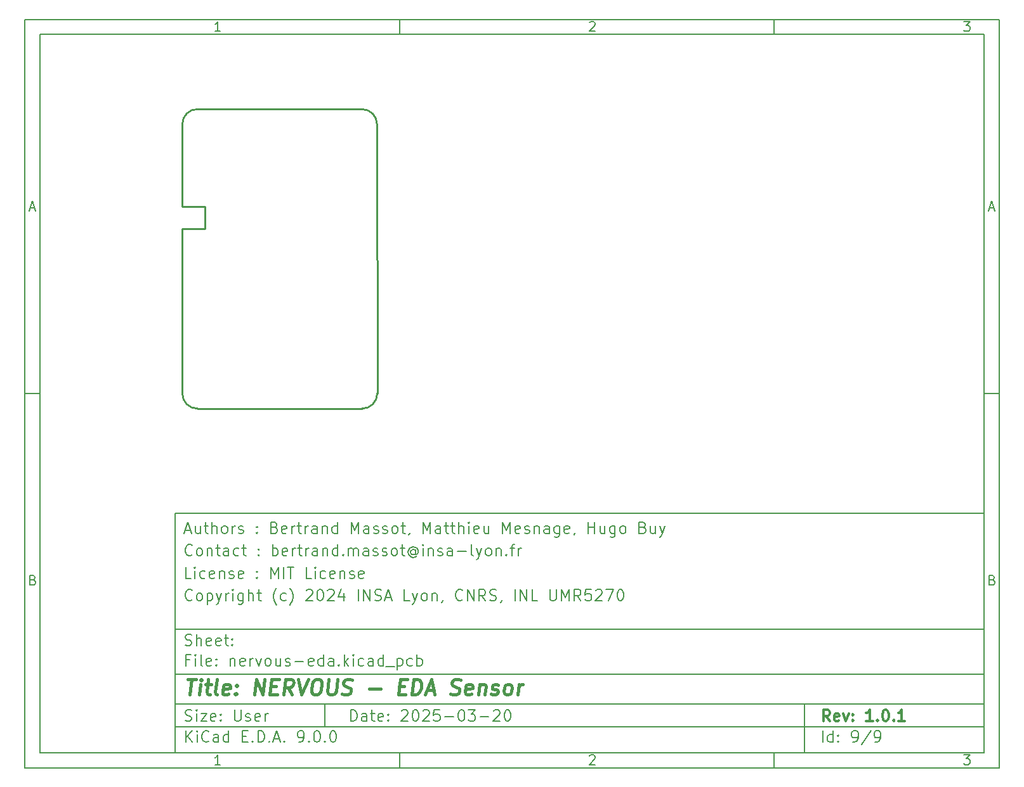
<source format=gbr>
%TF.GenerationSoftware,KiCad,Pcbnew,9.0.0*%
%TF.CreationDate,2025-03-20T22:50:16+01:00*%
%TF.ProjectId,nervous-eda,6e657276-6f75-4732-9d65-64612e6b6963,1.0.1*%
%TF.SameCoordinates,Original*%
%TF.FileFunction,Profile,NP*%
%FSLAX46Y46*%
G04 Gerber Fmt 4.6, Leading zero omitted, Abs format (unit mm)*
G04 Created by KiCad (PCBNEW 9.0.0) date 2025-03-20 22:50:16*
%MOMM*%
%LPD*%
G01*
G04 APERTURE LIST*
%ADD10C,0.100000*%
%ADD11C,0.150000*%
%ADD12C,0.300000*%
%ADD13C,0.400000*%
%TA.AperFunction,Profile*%
%ADD14C,0.254000*%
%TD*%
G04 APERTURE END LIST*
D10*
D11*
X30012000Y-75990000D02*
X138012000Y-75990000D01*
X138012000Y-107990000D01*
X30012000Y-107990000D01*
X30012000Y-75990000D01*
D10*
D11*
X10000000Y-10000000D02*
X140012000Y-10000000D01*
X140012000Y-109990000D01*
X10000000Y-109990000D01*
X10000000Y-10000000D01*
D10*
D11*
X12000000Y-12000000D02*
X138012000Y-12000000D01*
X138012000Y-107990000D01*
X12000000Y-107990000D01*
X12000000Y-12000000D01*
D10*
D11*
X60000000Y-12000000D02*
X60000000Y-10000000D01*
D10*
D11*
X110000000Y-12000000D02*
X110000000Y-10000000D01*
D10*
D11*
X36089160Y-11593604D02*
X35346303Y-11593604D01*
X35717731Y-11593604D02*
X35717731Y-10293604D01*
X35717731Y-10293604D02*
X35593922Y-10479319D01*
X35593922Y-10479319D02*
X35470112Y-10603128D01*
X35470112Y-10603128D02*
X35346303Y-10665033D01*
D10*
D11*
X85346303Y-10417414D02*
X85408207Y-10355509D01*
X85408207Y-10355509D02*
X85532017Y-10293604D01*
X85532017Y-10293604D02*
X85841541Y-10293604D01*
X85841541Y-10293604D02*
X85965350Y-10355509D01*
X85965350Y-10355509D02*
X86027255Y-10417414D01*
X86027255Y-10417414D02*
X86089160Y-10541223D01*
X86089160Y-10541223D02*
X86089160Y-10665033D01*
X86089160Y-10665033D02*
X86027255Y-10850747D01*
X86027255Y-10850747D02*
X85284398Y-11593604D01*
X85284398Y-11593604D02*
X86089160Y-11593604D01*
D10*
D11*
X135284398Y-10293604D02*
X136089160Y-10293604D01*
X136089160Y-10293604D02*
X135655826Y-10788842D01*
X135655826Y-10788842D02*
X135841541Y-10788842D01*
X135841541Y-10788842D02*
X135965350Y-10850747D01*
X135965350Y-10850747D02*
X136027255Y-10912652D01*
X136027255Y-10912652D02*
X136089160Y-11036461D01*
X136089160Y-11036461D02*
X136089160Y-11345985D01*
X136089160Y-11345985D02*
X136027255Y-11469795D01*
X136027255Y-11469795D02*
X135965350Y-11531700D01*
X135965350Y-11531700D02*
X135841541Y-11593604D01*
X135841541Y-11593604D02*
X135470112Y-11593604D01*
X135470112Y-11593604D02*
X135346303Y-11531700D01*
X135346303Y-11531700D02*
X135284398Y-11469795D01*
D10*
D11*
X60000000Y-107990000D02*
X60000000Y-109990000D01*
D10*
D11*
X110000000Y-107990000D02*
X110000000Y-109990000D01*
D10*
D11*
X36089160Y-109583604D02*
X35346303Y-109583604D01*
X35717731Y-109583604D02*
X35717731Y-108283604D01*
X35717731Y-108283604D02*
X35593922Y-108469319D01*
X35593922Y-108469319D02*
X35470112Y-108593128D01*
X35470112Y-108593128D02*
X35346303Y-108655033D01*
D10*
D11*
X85346303Y-108407414D02*
X85408207Y-108345509D01*
X85408207Y-108345509D02*
X85532017Y-108283604D01*
X85532017Y-108283604D02*
X85841541Y-108283604D01*
X85841541Y-108283604D02*
X85965350Y-108345509D01*
X85965350Y-108345509D02*
X86027255Y-108407414D01*
X86027255Y-108407414D02*
X86089160Y-108531223D01*
X86089160Y-108531223D02*
X86089160Y-108655033D01*
X86089160Y-108655033D02*
X86027255Y-108840747D01*
X86027255Y-108840747D02*
X85284398Y-109583604D01*
X85284398Y-109583604D02*
X86089160Y-109583604D01*
D10*
D11*
X135284398Y-108283604D02*
X136089160Y-108283604D01*
X136089160Y-108283604D02*
X135655826Y-108778842D01*
X135655826Y-108778842D02*
X135841541Y-108778842D01*
X135841541Y-108778842D02*
X135965350Y-108840747D01*
X135965350Y-108840747D02*
X136027255Y-108902652D01*
X136027255Y-108902652D02*
X136089160Y-109026461D01*
X136089160Y-109026461D02*
X136089160Y-109335985D01*
X136089160Y-109335985D02*
X136027255Y-109459795D01*
X136027255Y-109459795D02*
X135965350Y-109521700D01*
X135965350Y-109521700D02*
X135841541Y-109583604D01*
X135841541Y-109583604D02*
X135470112Y-109583604D01*
X135470112Y-109583604D02*
X135346303Y-109521700D01*
X135346303Y-109521700D02*
X135284398Y-109459795D01*
D10*
D11*
X10000000Y-60000000D02*
X12000000Y-60000000D01*
D10*
D11*
X10690476Y-35222176D02*
X11309523Y-35222176D01*
X10566666Y-35593604D02*
X10999999Y-34293604D01*
X10999999Y-34293604D02*
X11433333Y-35593604D01*
D10*
D11*
X11092857Y-84912652D02*
X11278571Y-84974557D01*
X11278571Y-84974557D02*
X11340476Y-85036461D01*
X11340476Y-85036461D02*
X11402380Y-85160271D01*
X11402380Y-85160271D02*
X11402380Y-85345985D01*
X11402380Y-85345985D02*
X11340476Y-85469795D01*
X11340476Y-85469795D02*
X11278571Y-85531700D01*
X11278571Y-85531700D02*
X11154761Y-85593604D01*
X11154761Y-85593604D02*
X10659523Y-85593604D01*
X10659523Y-85593604D02*
X10659523Y-84293604D01*
X10659523Y-84293604D02*
X11092857Y-84293604D01*
X11092857Y-84293604D02*
X11216666Y-84355509D01*
X11216666Y-84355509D02*
X11278571Y-84417414D01*
X11278571Y-84417414D02*
X11340476Y-84541223D01*
X11340476Y-84541223D02*
X11340476Y-84665033D01*
X11340476Y-84665033D02*
X11278571Y-84788842D01*
X11278571Y-84788842D02*
X11216666Y-84850747D01*
X11216666Y-84850747D02*
X11092857Y-84912652D01*
X11092857Y-84912652D02*
X10659523Y-84912652D01*
D10*
D11*
X140012000Y-60000000D02*
X138012000Y-60000000D01*
D10*
D11*
X138702476Y-35222176D02*
X139321523Y-35222176D01*
X138578666Y-35593604D02*
X139011999Y-34293604D01*
X139011999Y-34293604D02*
X139445333Y-35593604D01*
D10*
D11*
X139104857Y-84912652D02*
X139290571Y-84974557D01*
X139290571Y-84974557D02*
X139352476Y-85036461D01*
X139352476Y-85036461D02*
X139414380Y-85160271D01*
X139414380Y-85160271D02*
X139414380Y-85345985D01*
X139414380Y-85345985D02*
X139352476Y-85469795D01*
X139352476Y-85469795D02*
X139290571Y-85531700D01*
X139290571Y-85531700D02*
X139166761Y-85593604D01*
X139166761Y-85593604D02*
X138671523Y-85593604D01*
X138671523Y-85593604D02*
X138671523Y-84293604D01*
X138671523Y-84293604D02*
X139104857Y-84293604D01*
X139104857Y-84293604D02*
X139228666Y-84355509D01*
X139228666Y-84355509D02*
X139290571Y-84417414D01*
X139290571Y-84417414D02*
X139352476Y-84541223D01*
X139352476Y-84541223D02*
X139352476Y-84665033D01*
X139352476Y-84665033D02*
X139290571Y-84788842D01*
X139290571Y-84788842D02*
X139228666Y-84850747D01*
X139228666Y-84850747D02*
X139104857Y-84912652D01*
X139104857Y-84912652D02*
X138671523Y-84912652D01*
D10*
D11*
X53467826Y-103776128D02*
X53467826Y-102276128D01*
X53467826Y-102276128D02*
X53824969Y-102276128D01*
X53824969Y-102276128D02*
X54039255Y-102347557D01*
X54039255Y-102347557D02*
X54182112Y-102490414D01*
X54182112Y-102490414D02*
X54253541Y-102633271D01*
X54253541Y-102633271D02*
X54324969Y-102918985D01*
X54324969Y-102918985D02*
X54324969Y-103133271D01*
X54324969Y-103133271D02*
X54253541Y-103418985D01*
X54253541Y-103418985D02*
X54182112Y-103561842D01*
X54182112Y-103561842D02*
X54039255Y-103704700D01*
X54039255Y-103704700D02*
X53824969Y-103776128D01*
X53824969Y-103776128D02*
X53467826Y-103776128D01*
X55610684Y-103776128D02*
X55610684Y-102990414D01*
X55610684Y-102990414D02*
X55539255Y-102847557D01*
X55539255Y-102847557D02*
X55396398Y-102776128D01*
X55396398Y-102776128D02*
X55110684Y-102776128D01*
X55110684Y-102776128D02*
X54967826Y-102847557D01*
X55610684Y-103704700D02*
X55467826Y-103776128D01*
X55467826Y-103776128D02*
X55110684Y-103776128D01*
X55110684Y-103776128D02*
X54967826Y-103704700D01*
X54967826Y-103704700D02*
X54896398Y-103561842D01*
X54896398Y-103561842D02*
X54896398Y-103418985D01*
X54896398Y-103418985D02*
X54967826Y-103276128D01*
X54967826Y-103276128D02*
X55110684Y-103204700D01*
X55110684Y-103204700D02*
X55467826Y-103204700D01*
X55467826Y-103204700D02*
X55610684Y-103133271D01*
X56110684Y-102776128D02*
X56682112Y-102776128D01*
X56324969Y-102276128D02*
X56324969Y-103561842D01*
X56324969Y-103561842D02*
X56396398Y-103704700D01*
X56396398Y-103704700D02*
X56539255Y-103776128D01*
X56539255Y-103776128D02*
X56682112Y-103776128D01*
X57753541Y-103704700D02*
X57610684Y-103776128D01*
X57610684Y-103776128D02*
X57324970Y-103776128D01*
X57324970Y-103776128D02*
X57182112Y-103704700D01*
X57182112Y-103704700D02*
X57110684Y-103561842D01*
X57110684Y-103561842D02*
X57110684Y-102990414D01*
X57110684Y-102990414D02*
X57182112Y-102847557D01*
X57182112Y-102847557D02*
X57324970Y-102776128D01*
X57324970Y-102776128D02*
X57610684Y-102776128D01*
X57610684Y-102776128D02*
X57753541Y-102847557D01*
X57753541Y-102847557D02*
X57824970Y-102990414D01*
X57824970Y-102990414D02*
X57824970Y-103133271D01*
X57824970Y-103133271D02*
X57110684Y-103276128D01*
X58467826Y-103633271D02*
X58539255Y-103704700D01*
X58539255Y-103704700D02*
X58467826Y-103776128D01*
X58467826Y-103776128D02*
X58396398Y-103704700D01*
X58396398Y-103704700D02*
X58467826Y-103633271D01*
X58467826Y-103633271D02*
X58467826Y-103776128D01*
X58467826Y-102847557D02*
X58539255Y-102918985D01*
X58539255Y-102918985D02*
X58467826Y-102990414D01*
X58467826Y-102990414D02*
X58396398Y-102918985D01*
X58396398Y-102918985D02*
X58467826Y-102847557D01*
X58467826Y-102847557D02*
X58467826Y-102990414D01*
X60253541Y-102418985D02*
X60324969Y-102347557D01*
X60324969Y-102347557D02*
X60467827Y-102276128D01*
X60467827Y-102276128D02*
X60824969Y-102276128D01*
X60824969Y-102276128D02*
X60967827Y-102347557D01*
X60967827Y-102347557D02*
X61039255Y-102418985D01*
X61039255Y-102418985D02*
X61110684Y-102561842D01*
X61110684Y-102561842D02*
X61110684Y-102704700D01*
X61110684Y-102704700D02*
X61039255Y-102918985D01*
X61039255Y-102918985D02*
X60182112Y-103776128D01*
X60182112Y-103776128D02*
X61110684Y-103776128D01*
X62039255Y-102276128D02*
X62182112Y-102276128D01*
X62182112Y-102276128D02*
X62324969Y-102347557D01*
X62324969Y-102347557D02*
X62396398Y-102418985D01*
X62396398Y-102418985D02*
X62467826Y-102561842D01*
X62467826Y-102561842D02*
X62539255Y-102847557D01*
X62539255Y-102847557D02*
X62539255Y-103204700D01*
X62539255Y-103204700D02*
X62467826Y-103490414D01*
X62467826Y-103490414D02*
X62396398Y-103633271D01*
X62396398Y-103633271D02*
X62324969Y-103704700D01*
X62324969Y-103704700D02*
X62182112Y-103776128D01*
X62182112Y-103776128D02*
X62039255Y-103776128D01*
X62039255Y-103776128D02*
X61896398Y-103704700D01*
X61896398Y-103704700D02*
X61824969Y-103633271D01*
X61824969Y-103633271D02*
X61753540Y-103490414D01*
X61753540Y-103490414D02*
X61682112Y-103204700D01*
X61682112Y-103204700D02*
X61682112Y-102847557D01*
X61682112Y-102847557D02*
X61753540Y-102561842D01*
X61753540Y-102561842D02*
X61824969Y-102418985D01*
X61824969Y-102418985D02*
X61896398Y-102347557D01*
X61896398Y-102347557D02*
X62039255Y-102276128D01*
X63110683Y-102418985D02*
X63182111Y-102347557D01*
X63182111Y-102347557D02*
X63324969Y-102276128D01*
X63324969Y-102276128D02*
X63682111Y-102276128D01*
X63682111Y-102276128D02*
X63824969Y-102347557D01*
X63824969Y-102347557D02*
X63896397Y-102418985D01*
X63896397Y-102418985D02*
X63967826Y-102561842D01*
X63967826Y-102561842D02*
X63967826Y-102704700D01*
X63967826Y-102704700D02*
X63896397Y-102918985D01*
X63896397Y-102918985D02*
X63039254Y-103776128D01*
X63039254Y-103776128D02*
X63967826Y-103776128D01*
X65324968Y-102276128D02*
X64610682Y-102276128D01*
X64610682Y-102276128D02*
X64539254Y-102990414D01*
X64539254Y-102990414D02*
X64610682Y-102918985D01*
X64610682Y-102918985D02*
X64753540Y-102847557D01*
X64753540Y-102847557D02*
X65110682Y-102847557D01*
X65110682Y-102847557D02*
X65253540Y-102918985D01*
X65253540Y-102918985D02*
X65324968Y-102990414D01*
X65324968Y-102990414D02*
X65396397Y-103133271D01*
X65396397Y-103133271D02*
X65396397Y-103490414D01*
X65396397Y-103490414D02*
X65324968Y-103633271D01*
X65324968Y-103633271D02*
X65253540Y-103704700D01*
X65253540Y-103704700D02*
X65110682Y-103776128D01*
X65110682Y-103776128D02*
X64753540Y-103776128D01*
X64753540Y-103776128D02*
X64610682Y-103704700D01*
X64610682Y-103704700D02*
X64539254Y-103633271D01*
X66039253Y-103204700D02*
X67182111Y-103204700D01*
X68182111Y-102276128D02*
X68324968Y-102276128D01*
X68324968Y-102276128D02*
X68467825Y-102347557D01*
X68467825Y-102347557D02*
X68539254Y-102418985D01*
X68539254Y-102418985D02*
X68610682Y-102561842D01*
X68610682Y-102561842D02*
X68682111Y-102847557D01*
X68682111Y-102847557D02*
X68682111Y-103204700D01*
X68682111Y-103204700D02*
X68610682Y-103490414D01*
X68610682Y-103490414D02*
X68539254Y-103633271D01*
X68539254Y-103633271D02*
X68467825Y-103704700D01*
X68467825Y-103704700D02*
X68324968Y-103776128D01*
X68324968Y-103776128D02*
X68182111Y-103776128D01*
X68182111Y-103776128D02*
X68039254Y-103704700D01*
X68039254Y-103704700D02*
X67967825Y-103633271D01*
X67967825Y-103633271D02*
X67896396Y-103490414D01*
X67896396Y-103490414D02*
X67824968Y-103204700D01*
X67824968Y-103204700D02*
X67824968Y-102847557D01*
X67824968Y-102847557D02*
X67896396Y-102561842D01*
X67896396Y-102561842D02*
X67967825Y-102418985D01*
X67967825Y-102418985D02*
X68039254Y-102347557D01*
X68039254Y-102347557D02*
X68182111Y-102276128D01*
X69182110Y-102276128D02*
X70110682Y-102276128D01*
X70110682Y-102276128D02*
X69610682Y-102847557D01*
X69610682Y-102847557D02*
X69824967Y-102847557D01*
X69824967Y-102847557D02*
X69967825Y-102918985D01*
X69967825Y-102918985D02*
X70039253Y-102990414D01*
X70039253Y-102990414D02*
X70110682Y-103133271D01*
X70110682Y-103133271D02*
X70110682Y-103490414D01*
X70110682Y-103490414D02*
X70039253Y-103633271D01*
X70039253Y-103633271D02*
X69967825Y-103704700D01*
X69967825Y-103704700D02*
X69824967Y-103776128D01*
X69824967Y-103776128D02*
X69396396Y-103776128D01*
X69396396Y-103776128D02*
X69253539Y-103704700D01*
X69253539Y-103704700D02*
X69182110Y-103633271D01*
X70753538Y-103204700D02*
X71896396Y-103204700D01*
X72539253Y-102418985D02*
X72610681Y-102347557D01*
X72610681Y-102347557D02*
X72753539Y-102276128D01*
X72753539Y-102276128D02*
X73110681Y-102276128D01*
X73110681Y-102276128D02*
X73253539Y-102347557D01*
X73253539Y-102347557D02*
X73324967Y-102418985D01*
X73324967Y-102418985D02*
X73396396Y-102561842D01*
X73396396Y-102561842D02*
X73396396Y-102704700D01*
X73396396Y-102704700D02*
X73324967Y-102918985D01*
X73324967Y-102918985D02*
X72467824Y-103776128D01*
X72467824Y-103776128D02*
X73396396Y-103776128D01*
X74324967Y-102276128D02*
X74467824Y-102276128D01*
X74467824Y-102276128D02*
X74610681Y-102347557D01*
X74610681Y-102347557D02*
X74682110Y-102418985D01*
X74682110Y-102418985D02*
X74753538Y-102561842D01*
X74753538Y-102561842D02*
X74824967Y-102847557D01*
X74824967Y-102847557D02*
X74824967Y-103204700D01*
X74824967Y-103204700D02*
X74753538Y-103490414D01*
X74753538Y-103490414D02*
X74682110Y-103633271D01*
X74682110Y-103633271D02*
X74610681Y-103704700D01*
X74610681Y-103704700D02*
X74467824Y-103776128D01*
X74467824Y-103776128D02*
X74324967Y-103776128D01*
X74324967Y-103776128D02*
X74182110Y-103704700D01*
X74182110Y-103704700D02*
X74110681Y-103633271D01*
X74110681Y-103633271D02*
X74039252Y-103490414D01*
X74039252Y-103490414D02*
X73967824Y-103204700D01*
X73967824Y-103204700D02*
X73967824Y-102847557D01*
X73967824Y-102847557D02*
X74039252Y-102561842D01*
X74039252Y-102561842D02*
X74110681Y-102418985D01*
X74110681Y-102418985D02*
X74182110Y-102347557D01*
X74182110Y-102347557D02*
X74324967Y-102276128D01*
D10*
D11*
X30012000Y-104490000D02*
X138012000Y-104490000D01*
D10*
D11*
X31467826Y-106576128D02*
X31467826Y-105076128D01*
X32324969Y-106576128D02*
X31682112Y-105718985D01*
X32324969Y-105076128D02*
X31467826Y-105933271D01*
X32967826Y-106576128D02*
X32967826Y-105576128D01*
X32967826Y-105076128D02*
X32896398Y-105147557D01*
X32896398Y-105147557D02*
X32967826Y-105218985D01*
X32967826Y-105218985D02*
X33039255Y-105147557D01*
X33039255Y-105147557D02*
X32967826Y-105076128D01*
X32967826Y-105076128D02*
X32967826Y-105218985D01*
X34539255Y-106433271D02*
X34467827Y-106504700D01*
X34467827Y-106504700D02*
X34253541Y-106576128D01*
X34253541Y-106576128D02*
X34110684Y-106576128D01*
X34110684Y-106576128D02*
X33896398Y-106504700D01*
X33896398Y-106504700D02*
X33753541Y-106361842D01*
X33753541Y-106361842D02*
X33682112Y-106218985D01*
X33682112Y-106218985D02*
X33610684Y-105933271D01*
X33610684Y-105933271D02*
X33610684Y-105718985D01*
X33610684Y-105718985D02*
X33682112Y-105433271D01*
X33682112Y-105433271D02*
X33753541Y-105290414D01*
X33753541Y-105290414D02*
X33896398Y-105147557D01*
X33896398Y-105147557D02*
X34110684Y-105076128D01*
X34110684Y-105076128D02*
X34253541Y-105076128D01*
X34253541Y-105076128D02*
X34467827Y-105147557D01*
X34467827Y-105147557D02*
X34539255Y-105218985D01*
X35824970Y-106576128D02*
X35824970Y-105790414D01*
X35824970Y-105790414D02*
X35753541Y-105647557D01*
X35753541Y-105647557D02*
X35610684Y-105576128D01*
X35610684Y-105576128D02*
X35324970Y-105576128D01*
X35324970Y-105576128D02*
X35182112Y-105647557D01*
X35824970Y-106504700D02*
X35682112Y-106576128D01*
X35682112Y-106576128D02*
X35324970Y-106576128D01*
X35324970Y-106576128D02*
X35182112Y-106504700D01*
X35182112Y-106504700D02*
X35110684Y-106361842D01*
X35110684Y-106361842D02*
X35110684Y-106218985D01*
X35110684Y-106218985D02*
X35182112Y-106076128D01*
X35182112Y-106076128D02*
X35324970Y-106004700D01*
X35324970Y-106004700D02*
X35682112Y-106004700D01*
X35682112Y-106004700D02*
X35824970Y-105933271D01*
X37182113Y-106576128D02*
X37182113Y-105076128D01*
X37182113Y-106504700D02*
X37039255Y-106576128D01*
X37039255Y-106576128D02*
X36753541Y-106576128D01*
X36753541Y-106576128D02*
X36610684Y-106504700D01*
X36610684Y-106504700D02*
X36539255Y-106433271D01*
X36539255Y-106433271D02*
X36467827Y-106290414D01*
X36467827Y-106290414D02*
X36467827Y-105861842D01*
X36467827Y-105861842D02*
X36539255Y-105718985D01*
X36539255Y-105718985D02*
X36610684Y-105647557D01*
X36610684Y-105647557D02*
X36753541Y-105576128D01*
X36753541Y-105576128D02*
X37039255Y-105576128D01*
X37039255Y-105576128D02*
X37182113Y-105647557D01*
X39039255Y-105790414D02*
X39539255Y-105790414D01*
X39753541Y-106576128D02*
X39039255Y-106576128D01*
X39039255Y-106576128D02*
X39039255Y-105076128D01*
X39039255Y-105076128D02*
X39753541Y-105076128D01*
X40396398Y-106433271D02*
X40467827Y-106504700D01*
X40467827Y-106504700D02*
X40396398Y-106576128D01*
X40396398Y-106576128D02*
X40324970Y-106504700D01*
X40324970Y-106504700D02*
X40396398Y-106433271D01*
X40396398Y-106433271D02*
X40396398Y-106576128D01*
X41110684Y-106576128D02*
X41110684Y-105076128D01*
X41110684Y-105076128D02*
X41467827Y-105076128D01*
X41467827Y-105076128D02*
X41682113Y-105147557D01*
X41682113Y-105147557D02*
X41824970Y-105290414D01*
X41824970Y-105290414D02*
X41896399Y-105433271D01*
X41896399Y-105433271D02*
X41967827Y-105718985D01*
X41967827Y-105718985D02*
X41967827Y-105933271D01*
X41967827Y-105933271D02*
X41896399Y-106218985D01*
X41896399Y-106218985D02*
X41824970Y-106361842D01*
X41824970Y-106361842D02*
X41682113Y-106504700D01*
X41682113Y-106504700D02*
X41467827Y-106576128D01*
X41467827Y-106576128D02*
X41110684Y-106576128D01*
X42610684Y-106433271D02*
X42682113Y-106504700D01*
X42682113Y-106504700D02*
X42610684Y-106576128D01*
X42610684Y-106576128D02*
X42539256Y-106504700D01*
X42539256Y-106504700D02*
X42610684Y-106433271D01*
X42610684Y-106433271D02*
X42610684Y-106576128D01*
X43253542Y-106147557D02*
X43967828Y-106147557D01*
X43110685Y-106576128D02*
X43610685Y-105076128D01*
X43610685Y-105076128D02*
X44110685Y-106576128D01*
X44610684Y-106433271D02*
X44682113Y-106504700D01*
X44682113Y-106504700D02*
X44610684Y-106576128D01*
X44610684Y-106576128D02*
X44539256Y-106504700D01*
X44539256Y-106504700D02*
X44610684Y-106433271D01*
X44610684Y-106433271D02*
X44610684Y-106576128D01*
X46539256Y-106576128D02*
X46824970Y-106576128D01*
X46824970Y-106576128D02*
X46967827Y-106504700D01*
X46967827Y-106504700D02*
X47039256Y-106433271D01*
X47039256Y-106433271D02*
X47182113Y-106218985D01*
X47182113Y-106218985D02*
X47253542Y-105933271D01*
X47253542Y-105933271D02*
X47253542Y-105361842D01*
X47253542Y-105361842D02*
X47182113Y-105218985D01*
X47182113Y-105218985D02*
X47110685Y-105147557D01*
X47110685Y-105147557D02*
X46967827Y-105076128D01*
X46967827Y-105076128D02*
X46682113Y-105076128D01*
X46682113Y-105076128D02*
X46539256Y-105147557D01*
X46539256Y-105147557D02*
X46467827Y-105218985D01*
X46467827Y-105218985D02*
X46396399Y-105361842D01*
X46396399Y-105361842D02*
X46396399Y-105718985D01*
X46396399Y-105718985D02*
X46467827Y-105861842D01*
X46467827Y-105861842D02*
X46539256Y-105933271D01*
X46539256Y-105933271D02*
X46682113Y-106004700D01*
X46682113Y-106004700D02*
X46967827Y-106004700D01*
X46967827Y-106004700D02*
X47110685Y-105933271D01*
X47110685Y-105933271D02*
X47182113Y-105861842D01*
X47182113Y-105861842D02*
X47253542Y-105718985D01*
X47896398Y-106433271D02*
X47967827Y-106504700D01*
X47967827Y-106504700D02*
X47896398Y-106576128D01*
X47896398Y-106576128D02*
X47824970Y-106504700D01*
X47824970Y-106504700D02*
X47896398Y-106433271D01*
X47896398Y-106433271D02*
X47896398Y-106576128D01*
X48896399Y-105076128D02*
X49039256Y-105076128D01*
X49039256Y-105076128D02*
X49182113Y-105147557D01*
X49182113Y-105147557D02*
X49253542Y-105218985D01*
X49253542Y-105218985D02*
X49324970Y-105361842D01*
X49324970Y-105361842D02*
X49396399Y-105647557D01*
X49396399Y-105647557D02*
X49396399Y-106004700D01*
X49396399Y-106004700D02*
X49324970Y-106290414D01*
X49324970Y-106290414D02*
X49253542Y-106433271D01*
X49253542Y-106433271D02*
X49182113Y-106504700D01*
X49182113Y-106504700D02*
X49039256Y-106576128D01*
X49039256Y-106576128D02*
X48896399Y-106576128D01*
X48896399Y-106576128D02*
X48753542Y-106504700D01*
X48753542Y-106504700D02*
X48682113Y-106433271D01*
X48682113Y-106433271D02*
X48610684Y-106290414D01*
X48610684Y-106290414D02*
X48539256Y-106004700D01*
X48539256Y-106004700D02*
X48539256Y-105647557D01*
X48539256Y-105647557D02*
X48610684Y-105361842D01*
X48610684Y-105361842D02*
X48682113Y-105218985D01*
X48682113Y-105218985D02*
X48753542Y-105147557D01*
X48753542Y-105147557D02*
X48896399Y-105076128D01*
X50039255Y-106433271D02*
X50110684Y-106504700D01*
X50110684Y-106504700D02*
X50039255Y-106576128D01*
X50039255Y-106576128D02*
X49967827Y-106504700D01*
X49967827Y-106504700D02*
X50039255Y-106433271D01*
X50039255Y-106433271D02*
X50039255Y-106576128D01*
X51039256Y-105076128D02*
X51182113Y-105076128D01*
X51182113Y-105076128D02*
X51324970Y-105147557D01*
X51324970Y-105147557D02*
X51396399Y-105218985D01*
X51396399Y-105218985D02*
X51467827Y-105361842D01*
X51467827Y-105361842D02*
X51539256Y-105647557D01*
X51539256Y-105647557D02*
X51539256Y-106004700D01*
X51539256Y-106004700D02*
X51467827Y-106290414D01*
X51467827Y-106290414D02*
X51396399Y-106433271D01*
X51396399Y-106433271D02*
X51324970Y-106504700D01*
X51324970Y-106504700D02*
X51182113Y-106576128D01*
X51182113Y-106576128D02*
X51039256Y-106576128D01*
X51039256Y-106576128D02*
X50896399Y-106504700D01*
X50896399Y-106504700D02*
X50824970Y-106433271D01*
X50824970Y-106433271D02*
X50753541Y-106290414D01*
X50753541Y-106290414D02*
X50682113Y-106004700D01*
X50682113Y-106004700D02*
X50682113Y-105647557D01*
X50682113Y-105647557D02*
X50753541Y-105361842D01*
X50753541Y-105361842D02*
X50824970Y-105218985D01*
X50824970Y-105218985D02*
X50896399Y-105147557D01*
X50896399Y-105147557D02*
X51039256Y-105076128D01*
D10*
D11*
X30012000Y-101490000D02*
X138012000Y-101490000D01*
D10*
D12*
X117423653Y-103768328D02*
X116923653Y-103054042D01*
X116566510Y-103768328D02*
X116566510Y-102268328D01*
X116566510Y-102268328D02*
X117137939Y-102268328D01*
X117137939Y-102268328D02*
X117280796Y-102339757D01*
X117280796Y-102339757D02*
X117352225Y-102411185D01*
X117352225Y-102411185D02*
X117423653Y-102554042D01*
X117423653Y-102554042D02*
X117423653Y-102768328D01*
X117423653Y-102768328D02*
X117352225Y-102911185D01*
X117352225Y-102911185D02*
X117280796Y-102982614D01*
X117280796Y-102982614D02*
X117137939Y-103054042D01*
X117137939Y-103054042D02*
X116566510Y-103054042D01*
X118637939Y-103696900D02*
X118495082Y-103768328D01*
X118495082Y-103768328D02*
X118209368Y-103768328D01*
X118209368Y-103768328D02*
X118066510Y-103696900D01*
X118066510Y-103696900D02*
X117995082Y-103554042D01*
X117995082Y-103554042D02*
X117995082Y-102982614D01*
X117995082Y-102982614D02*
X118066510Y-102839757D01*
X118066510Y-102839757D02*
X118209368Y-102768328D01*
X118209368Y-102768328D02*
X118495082Y-102768328D01*
X118495082Y-102768328D02*
X118637939Y-102839757D01*
X118637939Y-102839757D02*
X118709368Y-102982614D01*
X118709368Y-102982614D02*
X118709368Y-103125471D01*
X118709368Y-103125471D02*
X117995082Y-103268328D01*
X119209367Y-102768328D02*
X119566510Y-103768328D01*
X119566510Y-103768328D02*
X119923653Y-102768328D01*
X120495081Y-103625471D02*
X120566510Y-103696900D01*
X120566510Y-103696900D02*
X120495081Y-103768328D01*
X120495081Y-103768328D02*
X120423653Y-103696900D01*
X120423653Y-103696900D02*
X120495081Y-103625471D01*
X120495081Y-103625471D02*
X120495081Y-103768328D01*
X120495081Y-102839757D02*
X120566510Y-102911185D01*
X120566510Y-102911185D02*
X120495081Y-102982614D01*
X120495081Y-102982614D02*
X120423653Y-102911185D01*
X120423653Y-102911185D02*
X120495081Y-102839757D01*
X120495081Y-102839757D02*
X120495081Y-102982614D01*
X123137939Y-103768328D02*
X122280796Y-103768328D01*
X122709367Y-103768328D02*
X122709367Y-102268328D01*
X122709367Y-102268328D02*
X122566510Y-102482614D01*
X122566510Y-102482614D02*
X122423653Y-102625471D01*
X122423653Y-102625471D02*
X122280796Y-102696900D01*
X123780795Y-103625471D02*
X123852224Y-103696900D01*
X123852224Y-103696900D02*
X123780795Y-103768328D01*
X123780795Y-103768328D02*
X123709367Y-103696900D01*
X123709367Y-103696900D02*
X123780795Y-103625471D01*
X123780795Y-103625471D02*
X123780795Y-103768328D01*
X124780796Y-102268328D02*
X124923653Y-102268328D01*
X124923653Y-102268328D02*
X125066510Y-102339757D01*
X125066510Y-102339757D02*
X125137939Y-102411185D01*
X125137939Y-102411185D02*
X125209367Y-102554042D01*
X125209367Y-102554042D02*
X125280796Y-102839757D01*
X125280796Y-102839757D02*
X125280796Y-103196900D01*
X125280796Y-103196900D02*
X125209367Y-103482614D01*
X125209367Y-103482614D02*
X125137939Y-103625471D01*
X125137939Y-103625471D02*
X125066510Y-103696900D01*
X125066510Y-103696900D02*
X124923653Y-103768328D01*
X124923653Y-103768328D02*
X124780796Y-103768328D01*
X124780796Y-103768328D02*
X124637939Y-103696900D01*
X124637939Y-103696900D02*
X124566510Y-103625471D01*
X124566510Y-103625471D02*
X124495081Y-103482614D01*
X124495081Y-103482614D02*
X124423653Y-103196900D01*
X124423653Y-103196900D02*
X124423653Y-102839757D01*
X124423653Y-102839757D02*
X124495081Y-102554042D01*
X124495081Y-102554042D02*
X124566510Y-102411185D01*
X124566510Y-102411185D02*
X124637939Y-102339757D01*
X124637939Y-102339757D02*
X124780796Y-102268328D01*
X125923652Y-103625471D02*
X125995081Y-103696900D01*
X125995081Y-103696900D02*
X125923652Y-103768328D01*
X125923652Y-103768328D02*
X125852224Y-103696900D01*
X125852224Y-103696900D02*
X125923652Y-103625471D01*
X125923652Y-103625471D02*
X125923652Y-103768328D01*
X127423653Y-103768328D02*
X126566510Y-103768328D01*
X126995081Y-103768328D02*
X126995081Y-102268328D01*
X126995081Y-102268328D02*
X126852224Y-102482614D01*
X126852224Y-102482614D02*
X126709367Y-102625471D01*
X126709367Y-102625471D02*
X126566510Y-102696900D01*
D10*
D11*
X31396398Y-103704700D02*
X31610684Y-103776128D01*
X31610684Y-103776128D02*
X31967826Y-103776128D01*
X31967826Y-103776128D02*
X32110684Y-103704700D01*
X32110684Y-103704700D02*
X32182112Y-103633271D01*
X32182112Y-103633271D02*
X32253541Y-103490414D01*
X32253541Y-103490414D02*
X32253541Y-103347557D01*
X32253541Y-103347557D02*
X32182112Y-103204700D01*
X32182112Y-103204700D02*
X32110684Y-103133271D01*
X32110684Y-103133271D02*
X31967826Y-103061842D01*
X31967826Y-103061842D02*
X31682112Y-102990414D01*
X31682112Y-102990414D02*
X31539255Y-102918985D01*
X31539255Y-102918985D02*
X31467826Y-102847557D01*
X31467826Y-102847557D02*
X31396398Y-102704700D01*
X31396398Y-102704700D02*
X31396398Y-102561842D01*
X31396398Y-102561842D02*
X31467826Y-102418985D01*
X31467826Y-102418985D02*
X31539255Y-102347557D01*
X31539255Y-102347557D02*
X31682112Y-102276128D01*
X31682112Y-102276128D02*
X32039255Y-102276128D01*
X32039255Y-102276128D02*
X32253541Y-102347557D01*
X32896397Y-103776128D02*
X32896397Y-102776128D01*
X32896397Y-102276128D02*
X32824969Y-102347557D01*
X32824969Y-102347557D02*
X32896397Y-102418985D01*
X32896397Y-102418985D02*
X32967826Y-102347557D01*
X32967826Y-102347557D02*
X32896397Y-102276128D01*
X32896397Y-102276128D02*
X32896397Y-102418985D01*
X33467826Y-102776128D02*
X34253541Y-102776128D01*
X34253541Y-102776128D02*
X33467826Y-103776128D01*
X33467826Y-103776128D02*
X34253541Y-103776128D01*
X35396398Y-103704700D02*
X35253541Y-103776128D01*
X35253541Y-103776128D02*
X34967827Y-103776128D01*
X34967827Y-103776128D02*
X34824969Y-103704700D01*
X34824969Y-103704700D02*
X34753541Y-103561842D01*
X34753541Y-103561842D02*
X34753541Y-102990414D01*
X34753541Y-102990414D02*
X34824969Y-102847557D01*
X34824969Y-102847557D02*
X34967827Y-102776128D01*
X34967827Y-102776128D02*
X35253541Y-102776128D01*
X35253541Y-102776128D02*
X35396398Y-102847557D01*
X35396398Y-102847557D02*
X35467827Y-102990414D01*
X35467827Y-102990414D02*
X35467827Y-103133271D01*
X35467827Y-103133271D02*
X34753541Y-103276128D01*
X36110683Y-103633271D02*
X36182112Y-103704700D01*
X36182112Y-103704700D02*
X36110683Y-103776128D01*
X36110683Y-103776128D02*
X36039255Y-103704700D01*
X36039255Y-103704700D02*
X36110683Y-103633271D01*
X36110683Y-103633271D02*
X36110683Y-103776128D01*
X36110683Y-102847557D02*
X36182112Y-102918985D01*
X36182112Y-102918985D02*
X36110683Y-102990414D01*
X36110683Y-102990414D02*
X36039255Y-102918985D01*
X36039255Y-102918985D02*
X36110683Y-102847557D01*
X36110683Y-102847557D02*
X36110683Y-102990414D01*
X37967826Y-102276128D02*
X37967826Y-103490414D01*
X37967826Y-103490414D02*
X38039255Y-103633271D01*
X38039255Y-103633271D02*
X38110684Y-103704700D01*
X38110684Y-103704700D02*
X38253541Y-103776128D01*
X38253541Y-103776128D02*
X38539255Y-103776128D01*
X38539255Y-103776128D02*
X38682112Y-103704700D01*
X38682112Y-103704700D02*
X38753541Y-103633271D01*
X38753541Y-103633271D02*
X38824969Y-103490414D01*
X38824969Y-103490414D02*
X38824969Y-102276128D01*
X39467827Y-103704700D02*
X39610684Y-103776128D01*
X39610684Y-103776128D02*
X39896398Y-103776128D01*
X39896398Y-103776128D02*
X40039255Y-103704700D01*
X40039255Y-103704700D02*
X40110684Y-103561842D01*
X40110684Y-103561842D02*
X40110684Y-103490414D01*
X40110684Y-103490414D02*
X40039255Y-103347557D01*
X40039255Y-103347557D02*
X39896398Y-103276128D01*
X39896398Y-103276128D02*
X39682113Y-103276128D01*
X39682113Y-103276128D02*
X39539255Y-103204700D01*
X39539255Y-103204700D02*
X39467827Y-103061842D01*
X39467827Y-103061842D02*
X39467827Y-102990414D01*
X39467827Y-102990414D02*
X39539255Y-102847557D01*
X39539255Y-102847557D02*
X39682113Y-102776128D01*
X39682113Y-102776128D02*
X39896398Y-102776128D01*
X39896398Y-102776128D02*
X40039255Y-102847557D01*
X41324970Y-103704700D02*
X41182113Y-103776128D01*
X41182113Y-103776128D02*
X40896399Y-103776128D01*
X40896399Y-103776128D02*
X40753541Y-103704700D01*
X40753541Y-103704700D02*
X40682113Y-103561842D01*
X40682113Y-103561842D02*
X40682113Y-102990414D01*
X40682113Y-102990414D02*
X40753541Y-102847557D01*
X40753541Y-102847557D02*
X40896399Y-102776128D01*
X40896399Y-102776128D02*
X41182113Y-102776128D01*
X41182113Y-102776128D02*
X41324970Y-102847557D01*
X41324970Y-102847557D02*
X41396399Y-102990414D01*
X41396399Y-102990414D02*
X41396399Y-103133271D01*
X41396399Y-103133271D02*
X40682113Y-103276128D01*
X42039255Y-103776128D02*
X42039255Y-102776128D01*
X42039255Y-103061842D02*
X42110684Y-102918985D01*
X42110684Y-102918985D02*
X42182113Y-102847557D01*
X42182113Y-102847557D02*
X42324970Y-102776128D01*
X42324970Y-102776128D02*
X42467827Y-102776128D01*
D10*
D11*
X116467826Y-106576128D02*
X116467826Y-105076128D01*
X117824970Y-106576128D02*
X117824970Y-105076128D01*
X117824970Y-106504700D02*
X117682112Y-106576128D01*
X117682112Y-106576128D02*
X117396398Y-106576128D01*
X117396398Y-106576128D02*
X117253541Y-106504700D01*
X117253541Y-106504700D02*
X117182112Y-106433271D01*
X117182112Y-106433271D02*
X117110684Y-106290414D01*
X117110684Y-106290414D02*
X117110684Y-105861842D01*
X117110684Y-105861842D02*
X117182112Y-105718985D01*
X117182112Y-105718985D02*
X117253541Y-105647557D01*
X117253541Y-105647557D02*
X117396398Y-105576128D01*
X117396398Y-105576128D02*
X117682112Y-105576128D01*
X117682112Y-105576128D02*
X117824970Y-105647557D01*
X118539255Y-106433271D02*
X118610684Y-106504700D01*
X118610684Y-106504700D02*
X118539255Y-106576128D01*
X118539255Y-106576128D02*
X118467827Y-106504700D01*
X118467827Y-106504700D02*
X118539255Y-106433271D01*
X118539255Y-106433271D02*
X118539255Y-106576128D01*
X118539255Y-105647557D02*
X118610684Y-105718985D01*
X118610684Y-105718985D02*
X118539255Y-105790414D01*
X118539255Y-105790414D02*
X118467827Y-105718985D01*
X118467827Y-105718985D02*
X118539255Y-105647557D01*
X118539255Y-105647557D02*
X118539255Y-105790414D01*
X120467827Y-106576128D02*
X120753541Y-106576128D01*
X120753541Y-106576128D02*
X120896398Y-106504700D01*
X120896398Y-106504700D02*
X120967827Y-106433271D01*
X120967827Y-106433271D02*
X121110684Y-106218985D01*
X121110684Y-106218985D02*
X121182113Y-105933271D01*
X121182113Y-105933271D02*
X121182113Y-105361842D01*
X121182113Y-105361842D02*
X121110684Y-105218985D01*
X121110684Y-105218985D02*
X121039256Y-105147557D01*
X121039256Y-105147557D02*
X120896398Y-105076128D01*
X120896398Y-105076128D02*
X120610684Y-105076128D01*
X120610684Y-105076128D02*
X120467827Y-105147557D01*
X120467827Y-105147557D02*
X120396398Y-105218985D01*
X120396398Y-105218985D02*
X120324970Y-105361842D01*
X120324970Y-105361842D02*
X120324970Y-105718985D01*
X120324970Y-105718985D02*
X120396398Y-105861842D01*
X120396398Y-105861842D02*
X120467827Y-105933271D01*
X120467827Y-105933271D02*
X120610684Y-106004700D01*
X120610684Y-106004700D02*
X120896398Y-106004700D01*
X120896398Y-106004700D02*
X121039256Y-105933271D01*
X121039256Y-105933271D02*
X121110684Y-105861842D01*
X121110684Y-105861842D02*
X121182113Y-105718985D01*
X122896398Y-105004700D02*
X121610684Y-106933271D01*
X123467827Y-106576128D02*
X123753541Y-106576128D01*
X123753541Y-106576128D02*
X123896398Y-106504700D01*
X123896398Y-106504700D02*
X123967827Y-106433271D01*
X123967827Y-106433271D02*
X124110684Y-106218985D01*
X124110684Y-106218985D02*
X124182113Y-105933271D01*
X124182113Y-105933271D02*
X124182113Y-105361842D01*
X124182113Y-105361842D02*
X124110684Y-105218985D01*
X124110684Y-105218985D02*
X124039256Y-105147557D01*
X124039256Y-105147557D02*
X123896398Y-105076128D01*
X123896398Y-105076128D02*
X123610684Y-105076128D01*
X123610684Y-105076128D02*
X123467827Y-105147557D01*
X123467827Y-105147557D02*
X123396398Y-105218985D01*
X123396398Y-105218985D02*
X123324970Y-105361842D01*
X123324970Y-105361842D02*
X123324970Y-105718985D01*
X123324970Y-105718985D02*
X123396398Y-105861842D01*
X123396398Y-105861842D02*
X123467827Y-105933271D01*
X123467827Y-105933271D02*
X123610684Y-106004700D01*
X123610684Y-106004700D02*
X123896398Y-106004700D01*
X123896398Y-106004700D02*
X124039256Y-105933271D01*
X124039256Y-105933271D02*
X124110684Y-105861842D01*
X124110684Y-105861842D02*
X124182113Y-105718985D01*
D10*
D11*
X30012000Y-97490000D02*
X138012000Y-97490000D01*
D10*
D13*
X31703728Y-98194438D02*
X32846585Y-98194438D01*
X32025157Y-100194438D02*
X32275157Y-98194438D01*
X33263252Y-100194438D02*
X33429919Y-98861104D01*
X33513252Y-98194438D02*
X33406109Y-98289676D01*
X33406109Y-98289676D02*
X33489443Y-98384914D01*
X33489443Y-98384914D02*
X33596586Y-98289676D01*
X33596586Y-98289676D02*
X33513252Y-98194438D01*
X33513252Y-98194438D02*
X33489443Y-98384914D01*
X34096586Y-98861104D02*
X34858490Y-98861104D01*
X34465633Y-98194438D02*
X34251348Y-99908723D01*
X34251348Y-99908723D02*
X34322776Y-100099200D01*
X34322776Y-100099200D02*
X34501348Y-100194438D01*
X34501348Y-100194438D02*
X34691824Y-100194438D01*
X35644205Y-100194438D02*
X35465633Y-100099200D01*
X35465633Y-100099200D02*
X35394205Y-99908723D01*
X35394205Y-99908723D02*
X35608490Y-98194438D01*
X37179919Y-100099200D02*
X36977538Y-100194438D01*
X36977538Y-100194438D02*
X36596585Y-100194438D01*
X36596585Y-100194438D02*
X36418014Y-100099200D01*
X36418014Y-100099200D02*
X36346585Y-99908723D01*
X36346585Y-99908723D02*
X36441824Y-99146819D01*
X36441824Y-99146819D02*
X36560871Y-98956342D01*
X36560871Y-98956342D02*
X36763252Y-98861104D01*
X36763252Y-98861104D02*
X37144204Y-98861104D01*
X37144204Y-98861104D02*
X37322776Y-98956342D01*
X37322776Y-98956342D02*
X37394204Y-99146819D01*
X37394204Y-99146819D02*
X37370395Y-99337295D01*
X37370395Y-99337295D02*
X36394204Y-99527771D01*
X38144205Y-100003961D02*
X38227538Y-100099200D01*
X38227538Y-100099200D02*
X38120395Y-100194438D01*
X38120395Y-100194438D02*
X38037062Y-100099200D01*
X38037062Y-100099200D02*
X38144205Y-100003961D01*
X38144205Y-100003961D02*
X38120395Y-100194438D01*
X38275157Y-98956342D02*
X38358490Y-99051580D01*
X38358490Y-99051580D02*
X38251348Y-99146819D01*
X38251348Y-99146819D02*
X38168014Y-99051580D01*
X38168014Y-99051580D02*
X38275157Y-98956342D01*
X38275157Y-98956342D02*
X38251348Y-99146819D01*
X40596586Y-100194438D02*
X40846586Y-98194438D01*
X40846586Y-98194438D02*
X41739443Y-100194438D01*
X41739443Y-100194438D02*
X41989443Y-98194438D01*
X42822777Y-99146819D02*
X43489443Y-99146819D01*
X43644205Y-100194438D02*
X42691824Y-100194438D01*
X42691824Y-100194438D02*
X42941824Y-98194438D01*
X42941824Y-98194438D02*
X43894205Y-98194438D01*
X45644205Y-100194438D02*
X45096586Y-99242057D01*
X44501348Y-100194438D02*
X44751348Y-98194438D01*
X44751348Y-98194438D02*
X45513253Y-98194438D01*
X45513253Y-98194438D02*
X45691824Y-98289676D01*
X45691824Y-98289676D02*
X45775158Y-98384914D01*
X45775158Y-98384914D02*
X45846586Y-98575390D01*
X45846586Y-98575390D02*
X45810872Y-98861104D01*
X45810872Y-98861104D02*
X45691824Y-99051580D01*
X45691824Y-99051580D02*
X45584682Y-99146819D01*
X45584682Y-99146819D02*
X45382301Y-99242057D01*
X45382301Y-99242057D02*
X44620396Y-99242057D01*
X46465634Y-98194438D02*
X46882301Y-100194438D01*
X46882301Y-100194438D02*
X47798967Y-98194438D01*
X48846587Y-98194438D02*
X49227539Y-98194438D01*
X49227539Y-98194438D02*
X49406110Y-98289676D01*
X49406110Y-98289676D02*
X49572777Y-98480152D01*
X49572777Y-98480152D02*
X49620396Y-98861104D01*
X49620396Y-98861104D02*
X49537063Y-99527771D01*
X49537063Y-99527771D02*
X49394206Y-99908723D01*
X49394206Y-99908723D02*
X49179920Y-100099200D01*
X49179920Y-100099200D02*
X48977539Y-100194438D01*
X48977539Y-100194438D02*
X48596587Y-100194438D01*
X48596587Y-100194438D02*
X48418015Y-100099200D01*
X48418015Y-100099200D02*
X48251349Y-99908723D01*
X48251349Y-99908723D02*
X48203729Y-99527771D01*
X48203729Y-99527771D02*
X48287063Y-98861104D01*
X48287063Y-98861104D02*
X48429920Y-98480152D01*
X48429920Y-98480152D02*
X48644206Y-98289676D01*
X48644206Y-98289676D02*
X48846587Y-98194438D01*
X50560872Y-98194438D02*
X50358491Y-99813485D01*
X50358491Y-99813485D02*
X50429920Y-100003961D01*
X50429920Y-100003961D02*
X50513253Y-100099200D01*
X50513253Y-100099200D02*
X50691825Y-100194438D01*
X50691825Y-100194438D02*
X51072777Y-100194438D01*
X51072777Y-100194438D02*
X51275158Y-100099200D01*
X51275158Y-100099200D02*
X51382301Y-100003961D01*
X51382301Y-100003961D02*
X51501348Y-99813485D01*
X51501348Y-99813485D02*
X51703729Y-98194438D01*
X52322777Y-100099200D02*
X52596586Y-100194438D01*
X52596586Y-100194438D02*
X53072777Y-100194438D01*
X53072777Y-100194438D02*
X53275158Y-100099200D01*
X53275158Y-100099200D02*
X53382301Y-100003961D01*
X53382301Y-100003961D02*
X53501348Y-99813485D01*
X53501348Y-99813485D02*
X53525158Y-99623009D01*
X53525158Y-99623009D02*
X53453729Y-99432533D01*
X53453729Y-99432533D02*
X53370396Y-99337295D01*
X53370396Y-99337295D02*
X53191825Y-99242057D01*
X53191825Y-99242057D02*
X52822777Y-99146819D01*
X52822777Y-99146819D02*
X52644205Y-99051580D01*
X52644205Y-99051580D02*
X52560872Y-98956342D01*
X52560872Y-98956342D02*
X52489444Y-98765866D01*
X52489444Y-98765866D02*
X52513253Y-98575390D01*
X52513253Y-98575390D02*
X52632301Y-98384914D01*
X52632301Y-98384914D02*
X52739444Y-98289676D01*
X52739444Y-98289676D02*
X52941825Y-98194438D01*
X52941825Y-98194438D02*
X53418015Y-98194438D01*
X53418015Y-98194438D02*
X53691825Y-98289676D01*
X55929920Y-99432533D02*
X57453730Y-99432533D01*
X59965635Y-99146819D02*
X60632301Y-99146819D01*
X60787063Y-100194438D02*
X59834682Y-100194438D01*
X59834682Y-100194438D02*
X60084682Y-98194438D01*
X60084682Y-98194438D02*
X61037063Y-98194438D01*
X61644206Y-100194438D02*
X61894206Y-98194438D01*
X61894206Y-98194438D02*
X62370397Y-98194438D01*
X62370397Y-98194438D02*
X62644206Y-98289676D01*
X62644206Y-98289676D02*
X62810873Y-98480152D01*
X62810873Y-98480152D02*
X62882301Y-98670628D01*
X62882301Y-98670628D02*
X62929921Y-99051580D01*
X62929921Y-99051580D02*
X62894206Y-99337295D01*
X62894206Y-99337295D02*
X62751349Y-99718247D01*
X62751349Y-99718247D02*
X62632301Y-99908723D01*
X62632301Y-99908723D02*
X62418016Y-100099200D01*
X62418016Y-100099200D02*
X62120397Y-100194438D01*
X62120397Y-100194438D02*
X61644206Y-100194438D01*
X63620397Y-99623009D02*
X64572778Y-99623009D01*
X63358492Y-100194438D02*
X64275159Y-98194438D01*
X64275159Y-98194438D02*
X64691825Y-100194438D01*
X66798969Y-100099200D02*
X67072778Y-100194438D01*
X67072778Y-100194438D02*
X67548969Y-100194438D01*
X67548969Y-100194438D02*
X67751350Y-100099200D01*
X67751350Y-100099200D02*
X67858493Y-100003961D01*
X67858493Y-100003961D02*
X67977540Y-99813485D01*
X67977540Y-99813485D02*
X68001350Y-99623009D01*
X68001350Y-99623009D02*
X67929921Y-99432533D01*
X67929921Y-99432533D02*
X67846588Y-99337295D01*
X67846588Y-99337295D02*
X67668017Y-99242057D01*
X67668017Y-99242057D02*
X67298969Y-99146819D01*
X67298969Y-99146819D02*
X67120397Y-99051580D01*
X67120397Y-99051580D02*
X67037064Y-98956342D01*
X67037064Y-98956342D02*
X66965636Y-98765866D01*
X66965636Y-98765866D02*
X66989445Y-98575390D01*
X66989445Y-98575390D02*
X67108493Y-98384914D01*
X67108493Y-98384914D02*
X67215636Y-98289676D01*
X67215636Y-98289676D02*
X67418017Y-98194438D01*
X67418017Y-98194438D02*
X67894207Y-98194438D01*
X67894207Y-98194438D02*
X68168017Y-98289676D01*
X69560874Y-100099200D02*
X69358493Y-100194438D01*
X69358493Y-100194438D02*
X68977540Y-100194438D01*
X68977540Y-100194438D02*
X68798969Y-100099200D01*
X68798969Y-100099200D02*
X68727540Y-99908723D01*
X68727540Y-99908723D02*
X68822779Y-99146819D01*
X68822779Y-99146819D02*
X68941826Y-98956342D01*
X68941826Y-98956342D02*
X69144207Y-98861104D01*
X69144207Y-98861104D02*
X69525159Y-98861104D01*
X69525159Y-98861104D02*
X69703731Y-98956342D01*
X69703731Y-98956342D02*
X69775159Y-99146819D01*
X69775159Y-99146819D02*
X69751350Y-99337295D01*
X69751350Y-99337295D02*
X68775159Y-99527771D01*
X70668017Y-98861104D02*
X70501350Y-100194438D01*
X70644207Y-99051580D02*
X70751350Y-98956342D01*
X70751350Y-98956342D02*
X70953731Y-98861104D01*
X70953731Y-98861104D02*
X71239445Y-98861104D01*
X71239445Y-98861104D02*
X71418017Y-98956342D01*
X71418017Y-98956342D02*
X71489445Y-99146819D01*
X71489445Y-99146819D02*
X71358493Y-100194438D01*
X72227541Y-100099200D02*
X72406112Y-100194438D01*
X72406112Y-100194438D02*
X72787065Y-100194438D01*
X72787065Y-100194438D02*
X72989446Y-100099200D01*
X72989446Y-100099200D02*
X73108493Y-99908723D01*
X73108493Y-99908723D02*
X73120398Y-99813485D01*
X73120398Y-99813485D02*
X73048969Y-99623009D01*
X73048969Y-99623009D02*
X72870398Y-99527771D01*
X72870398Y-99527771D02*
X72584684Y-99527771D01*
X72584684Y-99527771D02*
X72406112Y-99432533D01*
X72406112Y-99432533D02*
X72334684Y-99242057D01*
X72334684Y-99242057D02*
X72346589Y-99146819D01*
X72346589Y-99146819D02*
X72465636Y-98956342D01*
X72465636Y-98956342D02*
X72668017Y-98861104D01*
X72668017Y-98861104D02*
X72953731Y-98861104D01*
X72953731Y-98861104D02*
X73132303Y-98956342D01*
X74215637Y-100194438D02*
X74037065Y-100099200D01*
X74037065Y-100099200D02*
X73953732Y-100003961D01*
X73953732Y-100003961D02*
X73882303Y-99813485D01*
X73882303Y-99813485D02*
X73953732Y-99242057D01*
X73953732Y-99242057D02*
X74072779Y-99051580D01*
X74072779Y-99051580D02*
X74179922Y-98956342D01*
X74179922Y-98956342D02*
X74382303Y-98861104D01*
X74382303Y-98861104D02*
X74668017Y-98861104D01*
X74668017Y-98861104D02*
X74846589Y-98956342D01*
X74846589Y-98956342D02*
X74929922Y-99051580D01*
X74929922Y-99051580D02*
X75001351Y-99242057D01*
X75001351Y-99242057D02*
X74929922Y-99813485D01*
X74929922Y-99813485D02*
X74810875Y-100003961D01*
X74810875Y-100003961D02*
X74703732Y-100099200D01*
X74703732Y-100099200D02*
X74501351Y-100194438D01*
X74501351Y-100194438D02*
X74215637Y-100194438D01*
X75739446Y-100194438D02*
X75906113Y-98861104D01*
X75858494Y-99242057D02*
X75977541Y-99051580D01*
X75977541Y-99051580D02*
X76084684Y-98956342D01*
X76084684Y-98956342D02*
X76287065Y-98861104D01*
X76287065Y-98861104D02*
X76477541Y-98861104D01*
D10*
D11*
X31967826Y-95590414D02*
X31467826Y-95590414D01*
X31467826Y-96376128D02*
X31467826Y-94876128D01*
X31467826Y-94876128D02*
X32182112Y-94876128D01*
X32753540Y-96376128D02*
X32753540Y-95376128D01*
X32753540Y-94876128D02*
X32682112Y-94947557D01*
X32682112Y-94947557D02*
X32753540Y-95018985D01*
X32753540Y-95018985D02*
X32824969Y-94947557D01*
X32824969Y-94947557D02*
X32753540Y-94876128D01*
X32753540Y-94876128D02*
X32753540Y-95018985D01*
X33682112Y-96376128D02*
X33539255Y-96304700D01*
X33539255Y-96304700D02*
X33467826Y-96161842D01*
X33467826Y-96161842D02*
X33467826Y-94876128D01*
X34824969Y-96304700D02*
X34682112Y-96376128D01*
X34682112Y-96376128D02*
X34396398Y-96376128D01*
X34396398Y-96376128D02*
X34253540Y-96304700D01*
X34253540Y-96304700D02*
X34182112Y-96161842D01*
X34182112Y-96161842D02*
X34182112Y-95590414D01*
X34182112Y-95590414D02*
X34253540Y-95447557D01*
X34253540Y-95447557D02*
X34396398Y-95376128D01*
X34396398Y-95376128D02*
X34682112Y-95376128D01*
X34682112Y-95376128D02*
X34824969Y-95447557D01*
X34824969Y-95447557D02*
X34896398Y-95590414D01*
X34896398Y-95590414D02*
X34896398Y-95733271D01*
X34896398Y-95733271D02*
X34182112Y-95876128D01*
X35539254Y-96233271D02*
X35610683Y-96304700D01*
X35610683Y-96304700D02*
X35539254Y-96376128D01*
X35539254Y-96376128D02*
X35467826Y-96304700D01*
X35467826Y-96304700D02*
X35539254Y-96233271D01*
X35539254Y-96233271D02*
X35539254Y-96376128D01*
X35539254Y-95447557D02*
X35610683Y-95518985D01*
X35610683Y-95518985D02*
X35539254Y-95590414D01*
X35539254Y-95590414D02*
X35467826Y-95518985D01*
X35467826Y-95518985D02*
X35539254Y-95447557D01*
X35539254Y-95447557D02*
X35539254Y-95590414D01*
X37396397Y-95376128D02*
X37396397Y-96376128D01*
X37396397Y-95518985D02*
X37467826Y-95447557D01*
X37467826Y-95447557D02*
X37610683Y-95376128D01*
X37610683Y-95376128D02*
X37824969Y-95376128D01*
X37824969Y-95376128D02*
X37967826Y-95447557D01*
X37967826Y-95447557D02*
X38039255Y-95590414D01*
X38039255Y-95590414D02*
X38039255Y-96376128D01*
X39324969Y-96304700D02*
X39182112Y-96376128D01*
X39182112Y-96376128D02*
X38896398Y-96376128D01*
X38896398Y-96376128D02*
X38753540Y-96304700D01*
X38753540Y-96304700D02*
X38682112Y-96161842D01*
X38682112Y-96161842D02*
X38682112Y-95590414D01*
X38682112Y-95590414D02*
X38753540Y-95447557D01*
X38753540Y-95447557D02*
X38896398Y-95376128D01*
X38896398Y-95376128D02*
X39182112Y-95376128D01*
X39182112Y-95376128D02*
X39324969Y-95447557D01*
X39324969Y-95447557D02*
X39396398Y-95590414D01*
X39396398Y-95590414D02*
X39396398Y-95733271D01*
X39396398Y-95733271D02*
X38682112Y-95876128D01*
X40039254Y-96376128D02*
X40039254Y-95376128D01*
X40039254Y-95661842D02*
X40110683Y-95518985D01*
X40110683Y-95518985D02*
X40182112Y-95447557D01*
X40182112Y-95447557D02*
X40324969Y-95376128D01*
X40324969Y-95376128D02*
X40467826Y-95376128D01*
X40824968Y-95376128D02*
X41182111Y-96376128D01*
X41182111Y-96376128D02*
X41539254Y-95376128D01*
X42324968Y-96376128D02*
X42182111Y-96304700D01*
X42182111Y-96304700D02*
X42110682Y-96233271D01*
X42110682Y-96233271D02*
X42039254Y-96090414D01*
X42039254Y-96090414D02*
X42039254Y-95661842D01*
X42039254Y-95661842D02*
X42110682Y-95518985D01*
X42110682Y-95518985D02*
X42182111Y-95447557D01*
X42182111Y-95447557D02*
X42324968Y-95376128D01*
X42324968Y-95376128D02*
X42539254Y-95376128D01*
X42539254Y-95376128D02*
X42682111Y-95447557D01*
X42682111Y-95447557D02*
X42753540Y-95518985D01*
X42753540Y-95518985D02*
X42824968Y-95661842D01*
X42824968Y-95661842D02*
X42824968Y-96090414D01*
X42824968Y-96090414D02*
X42753540Y-96233271D01*
X42753540Y-96233271D02*
X42682111Y-96304700D01*
X42682111Y-96304700D02*
X42539254Y-96376128D01*
X42539254Y-96376128D02*
X42324968Y-96376128D01*
X44110683Y-95376128D02*
X44110683Y-96376128D01*
X43467825Y-95376128D02*
X43467825Y-96161842D01*
X43467825Y-96161842D02*
X43539254Y-96304700D01*
X43539254Y-96304700D02*
X43682111Y-96376128D01*
X43682111Y-96376128D02*
X43896397Y-96376128D01*
X43896397Y-96376128D02*
X44039254Y-96304700D01*
X44039254Y-96304700D02*
X44110683Y-96233271D01*
X44753540Y-96304700D02*
X44896397Y-96376128D01*
X44896397Y-96376128D02*
X45182111Y-96376128D01*
X45182111Y-96376128D02*
X45324968Y-96304700D01*
X45324968Y-96304700D02*
X45396397Y-96161842D01*
X45396397Y-96161842D02*
X45396397Y-96090414D01*
X45396397Y-96090414D02*
X45324968Y-95947557D01*
X45324968Y-95947557D02*
X45182111Y-95876128D01*
X45182111Y-95876128D02*
X44967826Y-95876128D01*
X44967826Y-95876128D02*
X44824968Y-95804700D01*
X44824968Y-95804700D02*
X44753540Y-95661842D01*
X44753540Y-95661842D02*
X44753540Y-95590414D01*
X44753540Y-95590414D02*
X44824968Y-95447557D01*
X44824968Y-95447557D02*
X44967826Y-95376128D01*
X44967826Y-95376128D02*
X45182111Y-95376128D01*
X45182111Y-95376128D02*
X45324968Y-95447557D01*
X46039254Y-95804700D02*
X47182112Y-95804700D01*
X48467826Y-96304700D02*
X48324969Y-96376128D01*
X48324969Y-96376128D02*
X48039255Y-96376128D01*
X48039255Y-96376128D02*
X47896397Y-96304700D01*
X47896397Y-96304700D02*
X47824969Y-96161842D01*
X47824969Y-96161842D02*
X47824969Y-95590414D01*
X47824969Y-95590414D02*
X47896397Y-95447557D01*
X47896397Y-95447557D02*
X48039255Y-95376128D01*
X48039255Y-95376128D02*
X48324969Y-95376128D01*
X48324969Y-95376128D02*
X48467826Y-95447557D01*
X48467826Y-95447557D02*
X48539255Y-95590414D01*
X48539255Y-95590414D02*
X48539255Y-95733271D01*
X48539255Y-95733271D02*
X47824969Y-95876128D01*
X49824969Y-96376128D02*
X49824969Y-94876128D01*
X49824969Y-96304700D02*
X49682111Y-96376128D01*
X49682111Y-96376128D02*
X49396397Y-96376128D01*
X49396397Y-96376128D02*
X49253540Y-96304700D01*
X49253540Y-96304700D02*
X49182111Y-96233271D01*
X49182111Y-96233271D02*
X49110683Y-96090414D01*
X49110683Y-96090414D02*
X49110683Y-95661842D01*
X49110683Y-95661842D02*
X49182111Y-95518985D01*
X49182111Y-95518985D02*
X49253540Y-95447557D01*
X49253540Y-95447557D02*
X49396397Y-95376128D01*
X49396397Y-95376128D02*
X49682111Y-95376128D01*
X49682111Y-95376128D02*
X49824969Y-95447557D01*
X51182112Y-96376128D02*
X51182112Y-95590414D01*
X51182112Y-95590414D02*
X51110683Y-95447557D01*
X51110683Y-95447557D02*
X50967826Y-95376128D01*
X50967826Y-95376128D02*
X50682112Y-95376128D01*
X50682112Y-95376128D02*
X50539254Y-95447557D01*
X51182112Y-96304700D02*
X51039254Y-96376128D01*
X51039254Y-96376128D02*
X50682112Y-96376128D01*
X50682112Y-96376128D02*
X50539254Y-96304700D01*
X50539254Y-96304700D02*
X50467826Y-96161842D01*
X50467826Y-96161842D02*
X50467826Y-96018985D01*
X50467826Y-96018985D02*
X50539254Y-95876128D01*
X50539254Y-95876128D02*
X50682112Y-95804700D01*
X50682112Y-95804700D02*
X51039254Y-95804700D01*
X51039254Y-95804700D02*
X51182112Y-95733271D01*
X51896397Y-96233271D02*
X51967826Y-96304700D01*
X51967826Y-96304700D02*
X51896397Y-96376128D01*
X51896397Y-96376128D02*
X51824969Y-96304700D01*
X51824969Y-96304700D02*
X51896397Y-96233271D01*
X51896397Y-96233271D02*
X51896397Y-96376128D01*
X52610683Y-96376128D02*
X52610683Y-94876128D01*
X52753541Y-95804700D02*
X53182112Y-96376128D01*
X53182112Y-95376128D02*
X52610683Y-95947557D01*
X53824969Y-96376128D02*
X53824969Y-95376128D01*
X53824969Y-94876128D02*
X53753541Y-94947557D01*
X53753541Y-94947557D02*
X53824969Y-95018985D01*
X53824969Y-95018985D02*
X53896398Y-94947557D01*
X53896398Y-94947557D02*
X53824969Y-94876128D01*
X53824969Y-94876128D02*
X53824969Y-95018985D01*
X55182113Y-96304700D02*
X55039255Y-96376128D01*
X55039255Y-96376128D02*
X54753541Y-96376128D01*
X54753541Y-96376128D02*
X54610684Y-96304700D01*
X54610684Y-96304700D02*
X54539255Y-96233271D01*
X54539255Y-96233271D02*
X54467827Y-96090414D01*
X54467827Y-96090414D02*
X54467827Y-95661842D01*
X54467827Y-95661842D02*
X54539255Y-95518985D01*
X54539255Y-95518985D02*
X54610684Y-95447557D01*
X54610684Y-95447557D02*
X54753541Y-95376128D01*
X54753541Y-95376128D02*
X55039255Y-95376128D01*
X55039255Y-95376128D02*
X55182113Y-95447557D01*
X56467827Y-96376128D02*
X56467827Y-95590414D01*
X56467827Y-95590414D02*
X56396398Y-95447557D01*
X56396398Y-95447557D02*
X56253541Y-95376128D01*
X56253541Y-95376128D02*
X55967827Y-95376128D01*
X55967827Y-95376128D02*
X55824969Y-95447557D01*
X56467827Y-96304700D02*
X56324969Y-96376128D01*
X56324969Y-96376128D02*
X55967827Y-96376128D01*
X55967827Y-96376128D02*
X55824969Y-96304700D01*
X55824969Y-96304700D02*
X55753541Y-96161842D01*
X55753541Y-96161842D02*
X55753541Y-96018985D01*
X55753541Y-96018985D02*
X55824969Y-95876128D01*
X55824969Y-95876128D02*
X55967827Y-95804700D01*
X55967827Y-95804700D02*
X56324969Y-95804700D01*
X56324969Y-95804700D02*
X56467827Y-95733271D01*
X57824970Y-96376128D02*
X57824970Y-94876128D01*
X57824970Y-96304700D02*
X57682112Y-96376128D01*
X57682112Y-96376128D02*
X57396398Y-96376128D01*
X57396398Y-96376128D02*
X57253541Y-96304700D01*
X57253541Y-96304700D02*
X57182112Y-96233271D01*
X57182112Y-96233271D02*
X57110684Y-96090414D01*
X57110684Y-96090414D02*
X57110684Y-95661842D01*
X57110684Y-95661842D02*
X57182112Y-95518985D01*
X57182112Y-95518985D02*
X57253541Y-95447557D01*
X57253541Y-95447557D02*
X57396398Y-95376128D01*
X57396398Y-95376128D02*
X57682112Y-95376128D01*
X57682112Y-95376128D02*
X57824970Y-95447557D01*
X58182113Y-96518985D02*
X59324970Y-96518985D01*
X59682112Y-95376128D02*
X59682112Y-96876128D01*
X59682112Y-95447557D02*
X59824970Y-95376128D01*
X59824970Y-95376128D02*
X60110684Y-95376128D01*
X60110684Y-95376128D02*
X60253541Y-95447557D01*
X60253541Y-95447557D02*
X60324970Y-95518985D01*
X60324970Y-95518985D02*
X60396398Y-95661842D01*
X60396398Y-95661842D02*
X60396398Y-96090414D01*
X60396398Y-96090414D02*
X60324970Y-96233271D01*
X60324970Y-96233271D02*
X60253541Y-96304700D01*
X60253541Y-96304700D02*
X60110684Y-96376128D01*
X60110684Y-96376128D02*
X59824970Y-96376128D01*
X59824970Y-96376128D02*
X59682112Y-96304700D01*
X61682113Y-96304700D02*
X61539255Y-96376128D01*
X61539255Y-96376128D02*
X61253541Y-96376128D01*
X61253541Y-96376128D02*
X61110684Y-96304700D01*
X61110684Y-96304700D02*
X61039255Y-96233271D01*
X61039255Y-96233271D02*
X60967827Y-96090414D01*
X60967827Y-96090414D02*
X60967827Y-95661842D01*
X60967827Y-95661842D02*
X61039255Y-95518985D01*
X61039255Y-95518985D02*
X61110684Y-95447557D01*
X61110684Y-95447557D02*
X61253541Y-95376128D01*
X61253541Y-95376128D02*
X61539255Y-95376128D01*
X61539255Y-95376128D02*
X61682113Y-95447557D01*
X62324969Y-96376128D02*
X62324969Y-94876128D01*
X62324969Y-95447557D02*
X62467827Y-95376128D01*
X62467827Y-95376128D02*
X62753541Y-95376128D01*
X62753541Y-95376128D02*
X62896398Y-95447557D01*
X62896398Y-95447557D02*
X62967827Y-95518985D01*
X62967827Y-95518985D02*
X63039255Y-95661842D01*
X63039255Y-95661842D02*
X63039255Y-96090414D01*
X63039255Y-96090414D02*
X62967827Y-96233271D01*
X62967827Y-96233271D02*
X62896398Y-96304700D01*
X62896398Y-96304700D02*
X62753541Y-96376128D01*
X62753541Y-96376128D02*
X62467827Y-96376128D01*
X62467827Y-96376128D02*
X62324969Y-96304700D01*
D10*
D11*
X30012000Y-91490000D02*
X138012000Y-91490000D01*
D10*
D11*
X31396398Y-93604700D02*
X31610684Y-93676128D01*
X31610684Y-93676128D02*
X31967826Y-93676128D01*
X31967826Y-93676128D02*
X32110684Y-93604700D01*
X32110684Y-93604700D02*
X32182112Y-93533271D01*
X32182112Y-93533271D02*
X32253541Y-93390414D01*
X32253541Y-93390414D02*
X32253541Y-93247557D01*
X32253541Y-93247557D02*
X32182112Y-93104700D01*
X32182112Y-93104700D02*
X32110684Y-93033271D01*
X32110684Y-93033271D02*
X31967826Y-92961842D01*
X31967826Y-92961842D02*
X31682112Y-92890414D01*
X31682112Y-92890414D02*
X31539255Y-92818985D01*
X31539255Y-92818985D02*
X31467826Y-92747557D01*
X31467826Y-92747557D02*
X31396398Y-92604700D01*
X31396398Y-92604700D02*
X31396398Y-92461842D01*
X31396398Y-92461842D02*
X31467826Y-92318985D01*
X31467826Y-92318985D02*
X31539255Y-92247557D01*
X31539255Y-92247557D02*
X31682112Y-92176128D01*
X31682112Y-92176128D02*
X32039255Y-92176128D01*
X32039255Y-92176128D02*
X32253541Y-92247557D01*
X32896397Y-93676128D02*
X32896397Y-92176128D01*
X33539255Y-93676128D02*
X33539255Y-92890414D01*
X33539255Y-92890414D02*
X33467826Y-92747557D01*
X33467826Y-92747557D02*
X33324969Y-92676128D01*
X33324969Y-92676128D02*
X33110683Y-92676128D01*
X33110683Y-92676128D02*
X32967826Y-92747557D01*
X32967826Y-92747557D02*
X32896397Y-92818985D01*
X34824969Y-93604700D02*
X34682112Y-93676128D01*
X34682112Y-93676128D02*
X34396398Y-93676128D01*
X34396398Y-93676128D02*
X34253540Y-93604700D01*
X34253540Y-93604700D02*
X34182112Y-93461842D01*
X34182112Y-93461842D02*
X34182112Y-92890414D01*
X34182112Y-92890414D02*
X34253540Y-92747557D01*
X34253540Y-92747557D02*
X34396398Y-92676128D01*
X34396398Y-92676128D02*
X34682112Y-92676128D01*
X34682112Y-92676128D02*
X34824969Y-92747557D01*
X34824969Y-92747557D02*
X34896398Y-92890414D01*
X34896398Y-92890414D02*
X34896398Y-93033271D01*
X34896398Y-93033271D02*
X34182112Y-93176128D01*
X36110683Y-93604700D02*
X35967826Y-93676128D01*
X35967826Y-93676128D02*
X35682112Y-93676128D01*
X35682112Y-93676128D02*
X35539254Y-93604700D01*
X35539254Y-93604700D02*
X35467826Y-93461842D01*
X35467826Y-93461842D02*
X35467826Y-92890414D01*
X35467826Y-92890414D02*
X35539254Y-92747557D01*
X35539254Y-92747557D02*
X35682112Y-92676128D01*
X35682112Y-92676128D02*
X35967826Y-92676128D01*
X35967826Y-92676128D02*
X36110683Y-92747557D01*
X36110683Y-92747557D02*
X36182112Y-92890414D01*
X36182112Y-92890414D02*
X36182112Y-93033271D01*
X36182112Y-93033271D02*
X35467826Y-93176128D01*
X36610683Y-92676128D02*
X37182111Y-92676128D01*
X36824968Y-92176128D02*
X36824968Y-93461842D01*
X36824968Y-93461842D02*
X36896397Y-93604700D01*
X36896397Y-93604700D02*
X37039254Y-93676128D01*
X37039254Y-93676128D02*
X37182111Y-93676128D01*
X37682111Y-93533271D02*
X37753540Y-93604700D01*
X37753540Y-93604700D02*
X37682111Y-93676128D01*
X37682111Y-93676128D02*
X37610683Y-93604700D01*
X37610683Y-93604700D02*
X37682111Y-93533271D01*
X37682111Y-93533271D02*
X37682111Y-93676128D01*
X37682111Y-92747557D02*
X37753540Y-92818985D01*
X37753540Y-92818985D02*
X37682111Y-92890414D01*
X37682111Y-92890414D02*
X37610683Y-92818985D01*
X37610683Y-92818985D02*
X37682111Y-92747557D01*
X37682111Y-92747557D02*
X37682111Y-92890414D01*
D10*
D11*
X32324969Y-87533271D02*
X32253541Y-87604700D01*
X32253541Y-87604700D02*
X32039255Y-87676128D01*
X32039255Y-87676128D02*
X31896398Y-87676128D01*
X31896398Y-87676128D02*
X31682112Y-87604700D01*
X31682112Y-87604700D02*
X31539255Y-87461842D01*
X31539255Y-87461842D02*
X31467826Y-87318985D01*
X31467826Y-87318985D02*
X31396398Y-87033271D01*
X31396398Y-87033271D02*
X31396398Y-86818985D01*
X31396398Y-86818985D02*
X31467826Y-86533271D01*
X31467826Y-86533271D02*
X31539255Y-86390414D01*
X31539255Y-86390414D02*
X31682112Y-86247557D01*
X31682112Y-86247557D02*
X31896398Y-86176128D01*
X31896398Y-86176128D02*
X32039255Y-86176128D01*
X32039255Y-86176128D02*
X32253541Y-86247557D01*
X32253541Y-86247557D02*
X32324969Y-86318985D01*
X33182112Y-87676128D02*
X33039255Y-87604700D01*
X33039255Y-87604700D02*
X32967826Y-87533271D01*
X32967826Y-87533271D02*
X32896398Y-87390414D01*
X32896398Y-87390414D02*
X32896398Y-86961842D01*
X32896398Y-86961842D02*
X32967826Y-86818985D01*
X32967826Y-86818985D02*
X33039255Y-86747557D01*
X33039255Y-86747557D02*
X33182112Y-86676128D01*
X33182112Y-86676128D02*
X33396398Y-86676128D01*
X33396398Y-86676128D02*
X33539255Y-86747557D01*
X33539255Y-86747557D02*
X33610684Y-86818985D01*
X33610684Y-86818985D02*
X33682112Y-86961842D01*
X33682112Y-86961842D02*
X33682112Y-87390414D01*
X33682112Y-87390414D02*
X33610684Y-87533271D01*
X33610684Y-87533271D02*
X33539255Y-87604700D01*
X33539255Y-87604700D02*
X33396398Y-87676128D01*
X33396398Y-87676128D02*
X33182112Y-87676128D01*
X34324969Y-86676128D02*
X34324969Y-88176128D01*
X34324969Y-86747557D02*
X34467827Y-86676128D01*
X34467827Y-86676128D02*
X34753541Y-86676128D01*
X34753541Y-86676128D02*
X34896398Y-86747557D01*
X34896398Y-86747557D02*
X34967827Y-86818985D01*
X34967827Y-86818985D02*
X35039255Y-86961842D01*
X35039255Y-86961842D02*
X35039255Y-87390414D01*
X35039255Y-87390414D02*
X34967827Y-87533271D01*
X34967827Y-87533271D02*
X34896398Y-87604700D01*
X34896398Y-87604700D02*
X34753541Y-87676128D01*
X34753541Y-87676128D02*
X34467827Y-87676128D01*
X34467827Y-87676128D02*
X34324969Y-87604700D01*
X35539255Y-86676128D02*
X35896398Y-87676128D01*
X36253541Y-86676128D02*
X35896398Y-87676128D01*
X35896398Y-87676128D02*
X35753541Y-88033271D01*
X35753541Y-88033271D02*
X35682112Y-88104700D01*
X35682112Y-88104700D02*
X35539255Y-88176128D01*
X36824969Y-87676128D02*
X36824969Y-86676128D01*
X36824969Y-86961842D02*
X36896398Y-86818985D01*
X36896398Y-86818985D02*
X36967827Y-86747557D01*
X36967827Y-86747557D02*
X37110684Y-86676128D01*
X37110684Y-86676128D02*
X37253541Y-86676128D01*
X37753540Y-87676128D02*
X37753540Y-86676128D01*
X37753540Y-86176128D02*
X37682112Y-86247557D01*
X37682112Y-86247557D02*
X37753540Y-86318985D01*
X37753540Y-86318985D02*
X37824969Y-86247557D01*
X37824969Y-86247557D02*
X37753540Y-86176128D01*
X37753540Y-86176128D02*
X37753540Y-86318985D01*
X39110684Y-86676128D02*
X39110684Y-87890414D01*
X39110684Y-87890414D02*
X39039255Y-88033271D01*
X39039255Y-88033271D02*
X38967826Y-88104700D01*
X38967826Y-88104700D02*
X38824969Y-88176128D01*
X38824969Y-88176128D02*
X38610684Y-88176128D01*
X38610684Y-88176128D02*
X38467826Y-88104700D01*
X39110684Y-87604700D02*
X38967826Y-87676128D01*
X38967826Y-87676128D02*
X38682112Y-87676128D01*
X38682112Y-87676128D02*
X38539255Y-87604700D01*
X38539255Y-87604700D02*
X38467826Y-87533271D01*
X38467826Y-87533271D02*
X38396398Y-87390414D01*
X38396398Y-87390414D02*
X38396398Y-86961842D01*
X38396398Y-86961842D02*
X38467826Y-86818985D01*
X38467826Y-86818985D02*
X38539255Y-86747557D01*
X38539255Y-86747557D02*
X38682112Y-86676128D01*
X38682112Y-86676128D02*
X38967826Y-86676128D01*
X38967826Y-86676128D02*
X39110684Y-86747557D01*
X39824969Y-87676128D02*
X39824969Y-86176128D01*
X40467827Y-87676128D02*
X40467827Y-86890414D01*
X40467827Y-86890414D02*
X40396398Y-86747557D01*
X40396398Y-86747557D02*
X40253541Y-86676128D01*
X40253541Y-86676128D02*
X40039255Y-86676128D01*
X40039255Y-86676128D02*
X39896398Y-86747557D01*
X39896398Y-86747557D02*
X39824969Y-86818985D01*
X40967827Y-86676128D02*
X41539255Y-86676128D01*
X41182112Y-86176128D02*
X41182112Y-87461842D01*
X41182112Y-87461842D02*
X41253541Y-87604700D01*
X41253541Y-87604700D02*
X41396398Y-87676128D01*
X41396398Y-87676128D02*
X41539255Y-87676128D01*
X43610684Y-88247557D02*
X43539255Y-88176128D01*
X43539255Y-88176128D02*
X43396398Y-87961842D01*
X43396398Y-87961842D02*
X43324970Y-87818985D01*
X43324970Y-87818985D02*
X43253541Y-87604700D01*
X43253541Y-87604700D02*
X43182112Y-87247557D01*
X43182112Y-87247557D02*
X43182112Y-86961842D01*
X43182112Y-86961842D02*
X43253541Y-86604700D01*
X43253541Y-86604700D02*
X43324970Y-86390414D01*
X43324970Y-86390414D02*
X43396398Y-86247557D01*
X43396398Y-86247557D02*
X43539255Y-86033271D01*
X43539255Y-86033271D02*
X43610684Y-85961842D01*
X44824970Y-87604700D02*
X44682112Y-87676128D01*
X44682112Y-87676128D02*
X44396398Y-87676128D01*
X44396398Y-87676128D02*
X44253541Y-87604700D01*
X44253541Y-87604700D02*
X44182112Y-87533271D01*
X44182112Y-87533271D02*
X44110684Y-87390414D01*
X44110684Y-87390414D02*
X44110684Y-86961842D01*
X44110684Y-86961842D02*
X44182112Y-86818985D01*
X44182112Y-86818985D02*
X44253541Y-86747557D01*
X44253541Y-86747557D02*
X44396398Y-86676128D01*
X44396398Y-86676128D02*
X44682112Y-86676128D01*
X44682112Y-86676128D02*
X44824970Y-86747557D01*
X45324969Y-88247557D02*
X45396398Y-88176128D01*
X45396398Y-88176128D02*
X45539255Y-87961842D01*
X45539255Y-87961842D02*
X45610684Y-87818985D01*
X45610684Y-87818985D02*
X45682112Y-87604700D01*
X45682112Y-87604700D02*
X45753541Y-87247557D01*
X45753541Y-87247557D02*
X45753541Y-86961842D01*
X45753541Y-86961842D02*
X45682112Y-86604700D01*
X45682112Y-86604700D02*
X45610684Y-86390414D01*
X45610684Y-86390414D02*
X45539255Y-86247557D01*
X45539255Y-86247557D02*
X45396398Y-86033271D01*
X45396398Y-86033271D02*
X45324969Y-85961842D01*
X47539255Y-86318985D02*
X47610683Y-86247557D01*
X47610683Y-86247557D02*
X47753541Y-86176128D01*
X47753541Y-86176128D02*
X48110683Y-86176128D01*
X48110683Y-86176128D02*
X48253541Y-86247557D01*
X48253541Y-86247557D02*
X48324969Y-86318985D01*
X48324969Y-86318985D02*
X48396398Y-86461842D01*
X48396398Y-86461842D02*
X48396398Y-86604700D01*
X48396398Y-86604700D02*
X48324969Y-86818985D01*
X48324969Y-86818985D02*
X47467826Y-87676128D01*
X47467826Y-87676128D02*
X48396398Y-87676128D01*
X49324969Y-86176128D02*
X49467826Y-86176128D01*
X49467826Y-86176128D02*
X49610683Y-86247557D01*
X49610683Y-86247557D02*
X49682112Y-86318985D01*
X49682112Y-86318985D02*
X49753540Y-86461842D01*
X49753540Y-86461842D02*
X49824969Y-86747557D01*
X49824969Y-86747557D02*
X49824969Y-87104700D01*
X49824969Y-87104700D02*
X49753540Y-87390414D01*
X49753540Y-87390414D02*
X49682112Y-87533271D01*
X49682112Y-87533271D02*
X49610683Y-87604700D01*
X49610683Y-87604700D02*
X49467826Y-87676128D01*
X49467826Y-87676128D02*
X49324969Y-87676128D01*
X49324969Y-87676128D02*
X49182112Y-87604700D01*
X49182112Y-87604700D02*
X49110683Y-87533271D01*
X49110683Y-87533271D02*
X49039254Y-87390414D01*
X49039254Y-87390414D02*
X48967826Y-87104700D01*
X48967826Y-87104700D02*
X48967826Y-86747557D01*
X48967826Y-86747557D02*
X49039254Y-86461842D01*
X49039254Y-86461842D02*
X49110683Y-86318985D01*
X49110683Y-86318985D02*
X49182112Y-86247557D01*
X49182112Y-86247557D02*
X49324969Y-86176128D01*
X50396397Y-86318985D02*
X50467825Y-86247557D01*
X50467825Y-86247557D02*
X50610683Y-86176128D01*
X50610683Y-86176128D02*
X50967825Y-86176128D01*
X50967825Y-86176128D02*
X51110683Y-86247557D01*
X51110683Y-86247557D02*
X51182111Y-86318985D01*
X51182111Y-86318985D02*
X51253540Y-86461842D01*
X51253540Y-86461842D02*
X51253540Y-86604700D01*
X51253540Y-86604700D02*
X51182111Y-86818985D01*
X51182111Y-86818985D02*
X50324968Y-87676128D01*
X50324968Y-87676128D02*
X51253540Y-87676128D01*
X52539254Y-86676128D02*
X52539254Y-87676128D01*
X52182111Y-86104700D02*
X51824968Y-87176128D01*
X51824968Y-87176128D02*
X52753539Y-87176128D01*
X54467824Y-87676128D02*
X54467824Y-86176128D01*
X55182110Y-87676128D02*
X55182110Y-86176128D01*
X55182110Y-86176128D02*
X56039253Y-87676128D01*
X56039253Y-87676128D02*
X56039253Y-86176128D01*
X56682111Y-87604700D02*
X56896397Y-87676128D01*
X56896397Y-87676128D02*
X57253539Y-87676128D01*
X57253539Y-87676128D02*
X57396397Y-87604700D01*
X57396397Y-87604700D02*
X57467825Y-87533271D01*
X57467825Y-87533271D02*
X57539254Y-87390414D01*
X57539254Y-87390414D02*
X57539254Y-87247557D01*
X57539254Y-87247557D02*
X57467825Y-87104700D01*
X57467825Y-87104700D02*
X57396397Y-87033271D01*
X57396397Y-87033271D02*
X57253539Y-86961842D01*
X57253539Y-86961842D02*
X56967825Y-86890414D01*
X56967825Y-86890414D02*
X56824968Y-86818985D01*
X56824968Y-86818985D02*
X56753539Y-86747557D01*
X56753539Y-86747557D02*
X56682111Y-86604700D01*
X56682111Y-86604700D02*
X56682111Y-86461842D01*
X56682111Y-86461842D02*
X56753539Y-86318985D01*
X56753539Y-86318985D02*
X56824968Y-86247557D01*
X56824968Y-86247557D02*
X56967825Y-86176128D01*
X56967825Y-86176128D02*
X57324968Y-86176128D01*
X57324968Y-86176128D02*
X57539254Y-86247557D01*
X58110682Y-87247557D02*
X58824968Y-87247557D01*
X57967825Y-87676128D02*
X58467825Y-86176128D01*
X58467825Y-86176128D02*
X58967825Y-87676128D01*
X61324967Y-87676128D02*
X60610681Y-87676128D01*
X60610681Y-87676128D02*
X60610681Y-86176128D01*
X61682110Y-86676128D02*
X62039253Y-87676128D01*
X62396396Y-86676128D02*
X62039253Y-87676128D01*
X62039253Y-87676128D02*
X61896396Y-88033271D01*
X61896396Y-88033271D02*
X61824967Y-88104700D01*
X61824967Y-88104700D02*
X61682110Y-88176128D01*
X63182110Y-87676128D02*
X63039253Y-87604700D01*
X63039253Y-87604700D02*
X62967824Y-87533271D01*
X62967824Y-87533271D02*
X62896396Y-87390414D01*
X62896396Y-87390414D02*
X62896396Y-86961842D01*
X62896396Y-86961842D02*
X62967824Y-86818985D01*
X62967824Y-86818985D02*
X63039253Y-86747557D01*
X63039253Y-86747557D02*
X63182110Y-86676128D01*
X63182110Y-86676128D02*
X63396396Y-86676128D01*
X63396396Y-86676128D02*
X63539253Y-86747557D01*
X63539253Y-86747557D02*
X63610682Y-86818985D01*
X63610682Y-86818985D02*
X63682110Y-86961842D01*
X63682110Y-86961842D02*
X63682110Y-87390414D01*
X63682110Y-87390414D02*
X63610682Y-87533271D01*
X63610682Y-87533271D02*
X63539253Y-87604700D01*
X63539253Y-87604700D02*
X63396396Y-87676128D01*
X63396396Y-87676128D02*
X63182110Y-87676128D01*
X64324967Y-86676128D02*
X64324967Y-87676128D01*
X64324967Y-86818985D02*
X64396396Y-86747557D01*
X64396396Y-86747557D02*
X64539253Y-86676128D01*
X64539253Y-86676128D02*
X64753539Y-86676128D01*
X64753539Y-86676128D02*
X64896396Y-86747557D01*
X64896396Y-86747557D02*
X64967825Y-86890414D01*
X64967825Y-86890414D02*
X64967825Y-87676128D01*
X65753539Y-87604700D02*
X65753539Y-87676128D01*
X65753539Y-87676128D02*
X65682110Y-87818985D01*
X65682110Y-87818985D02*
X65610682Y-87890414D01*
X68396396Y-87533271D02*
X68324968Y-87604700D01*
X68324968Y-87604700D02*
X68110682Y-87676128D01*
X68110682Y-87676128D02*
X67967825Y-87676128D01*
X67967825Y-87676128D02*
X67753539Y-87604700D01*
X67753539Y-87604700D02*
X67610682Y-87461842D01*
X67610682Y-87461842D02*
X67539253Y-87318985D01*
X67539253Y-87318985D02*
X67467825Y-87033271D01*
X67467825Y-87033271D02*
X67467825Y-86818985D01*
X67467825Y-86818985D02*
X67539253Y-86533271D01*
X67539253Y-86533271D02*
X67610682Y-86390414D01*
X67610682Y-86390414D02*
X67753539Y-86247557D01*
X67753539Y-86247557D02*
X67967825Y-86176128D01*
X67967825Y-86176128D02*
X68110682Y-86176128D01*
X68110682Y-86176128D02*
X68324968Y-86247557D01*
X68324968Y-86247557D02*
X68396396Y-86318985D01*
X69039253Y-87676128D02*
X69039253Y-86176128D01*
X69039253Y-86176128D02*
X69896396Y-87676128D01*
X69896396Y-87676128D02*
X69896396Y-86176128D01*
X71467825Y-87676128D02*
X70967825Y-86961842D01*
X70610682Y-87676128D02*
X70610682Y-86176128D01*
X70610682Y-86176128D02*
X71182111Y-86176128D01*
X71182111Y-86176128D02*
X71324968Y-86247557D01*
X71324968Y-86247557D02*
X71396397Y-86318985D01*
X71396397Y-86318985D02*
X71467825Y-86461842D01*
X71467825Y-86461842D02*
X71467825Y-86676128D01*
X71467825Y-86676128D02*
X71396397Y-86818985D01*
X71396397Y-86818985D02*
X71324968Y-86890414D01*
X71324968Y-86890414D02*
X71182111Y-86961842D01*
X71182111Y-86961842D02*
X70610682Y-86961842D01*
X72039254Y-87604700D02*
X72253540Y-87676128D01*
X72253540Y-87676128D02*
X72610682Y-87676128D01*
X72610682Y-87676128D02*
X72753540Y-87604700D01*
X72753540Y-87604700D02*
X72824968Y-87533271D01*
X72824968Y-87533271D02*
X72896397Y-87390414D01*
X72896397Y-87390414D02*
X72896397Y-87247557D01*
X72896397Y-87247557D02*
X72824968Y-87104700D01*
X72824968Y-87104700D02*
X72753540Y-87033271D01*
X72753540Y-87033271D02*
X72610682Y-86961842D01*
X72610682Y-86961842D02*
X72324968Y-86890414D01*
X72324968Y-86890414D02*
X72182111Y-86818985D01*
X72182111Y-86818985D02*
X72110682Y-86747557D01*
X72110682Y-86747557D02*
X72039254Y-86604700D01*
X72039254Y-86604700D02*
X72039254Y-86461842D01*
X72039254Y-86461842D02*
X72110682Y-86318985D01*
X72110682Y-86318985D02*
X72182111Y-86247557D01*
X72182111Y-86247557D02*
X72324968Y-86176128D01*
X72324968Y-86176128D02*
X72682111Y-86176128D01*
X72682111Y-86176128D02*
X72896397Y-86247557D01*
X73610682Y-87604700D02*
X73610682Y-87676128D01*
X73610682Y-87676128D02*
X73539253Y-87818985D01*
X73539253Y-87818985D02*
X73467825Y-87890414D01*
X75396396Y-87676128D02*
X75396396Y-86176128D01*
X76110682Y-87676128D02*
X76110682Y-86176128D01*
X76110682Y-86176128D02*
X76967825Y-87676128D01*
X76967825Y-87676128D02*
X76967825Y-86176128D01*
X78396397Y-87676128D02*
X77682111Y-87676128D01*
X77682111Y-87676128D02*
X77682111Y-86176128D01*
X80039254Y-86176128D02*
X80039254Y-87390414D01*
X80039254Y-87390414D02*
X80110683Y-87533271D01*
X80110683Y-87533271D02*
X80182112Y-87604700D01*
X80182112Y-87604700D02*
X80324969Y-87676128D01*
X80324969Y-87676128D02*
X80610683Y-87676128D01*
X80610683Y-87676128D02*
X80753540Y-87604700D01*
X80753540Y-87604700D02*
X80824969Y-87533271D01*
X80824969Y-87533271D02*
X80896397Y-87390414D01*
X80896397Y-87390414D02*
X80896397Y-86176128D01*
X81610683Y-87676128D02*
X81610683Y-86176128D01*
X81610683Y-86176128D02*
X82110683Y-87247557D01*
X82110683Y-87247557D02*
X82610683Y-86176128D01*
X82610683Y-86176128D02*
X82610683Y-87676128D01*
X84182112Y-87676128D02*
X83682112Y-86961842D01*
X83324969Y-87676128D02*
X83324969Y-86176128D01*
X83324969Y-86176128D02*
X83896398Y-86176128D01*
X83896398Y-86176128D02*
X84039255Y-86247557D01*
X84039255Y-86247557D02*
X84110684Y-86318985D01*
X84110684Y-86318985D02*
X84182112Y-86461842D01*
X84182112Y-86461842D02*
X84182112Y-86676128D01*
X84182112Y-86676128D02*
X84110684Y-86818985D01*
X84110684Y-86818985D02*
X84039255Y-86890414D01*
X84039255Y-86890414D02*
X83896398Y-86961842D01*
X83896398Y-86961842D02*
X83324969Y-86961842D01*
X85539255Y-86176128D02*
X84824969Y-86176128D01*
X84824969Y-86176128D02*
X84753541Y-86890414D01*
X84753541Y-86890414D02*
X84824969Y-86818985D01*
X84824969Y-86818985D02*
X84967827Y-86747557D01*
X84967827Y-86747557D02*
X85324969Y-86747557D01*
X85324969Y-86747557D02*
X85467827Y-86818985D01*
X85467827Y-86818985D02*
X85539255Y-86890414D01*
X85539255Y-86890414D02*
X85610684Y-87033271D01*
X85610684Y-87033271D02*
X85610684Y-87390414D01*
X85610684Y-87390414D02*
X85539255Y-87533271D01*
X85539255Y-87533271D02*
X85467827Y-87604700D01*
X85467827Y-87604700D02*
X85324969Y-87676128D01*
X85324969Y-87676128D02*
X84967827Y-87676128D01*
X84967827Y-87676128D02*
X84824969Y-87604700D01*
X84824969Y-87604700D02*
X84753541Y-87533271D01*
X86182112Y-86318985D02*
X86253540Y-86247557D01*
X86253540Y-86247557D02*
X86396398Y-86176128D01*
X86396398Y-86176128D02*
X86753540Y-86176128D01*
X86753540Y-86176128D02*
X86896398Y-86247557D01*
X86896398Y-86247557D02*
X86967826Y-86318985D01*
X86967826Y-86318985D02*
X87039255Y-86461842D01*
X87039255Y-86461842D02*
X87039255Y-86604700D01*
X87039255Y-86604700D02*
X86967826Y-86818985D01*
X86967826Y-86818985D02*
X86110683Y-87676128D01*
X86110683Y-87676128D02*
X87039255Y-87676128D01*
X87539254Y-86176128D02*
X88539254Y-86176128D01*
X88539254Y-86176128D02*
X87896397Y-87676128D01*
X89396397Y-86176128D02*
X89539254Y-86176128D01*
X89539254Y-86176128D02*
X89682111Y-86247557D01*
X89682111Y-86247557D02*
X89753540Y-86318985D01*
X89753540Y-86318985D02*
X89824968Y-86461842D01*
X89824968Y-86461842D02*
X89896397Y-86747557D01*
X89896397Y-86747557D02*
X89896397Y-87104700D01*
X89896397Y-87104700D02*
X89824968Y-87390414D01*
X89824968Y-87390414D02*
X89753540Y-87533271D01*
X89753540Y-87533271D02*
X89682111Y-87604700D01*
X89682111Y-87604700D02*
X89539254Y-87676128D01*
X89539254Y-87676128D02*
X89396397Y-87676128D01*
X89396397Y-87676128D02*
X89253540Y-87604700D01*
X89253540Y-87604700D02*
X89182111Y-87533271D01*
X89182111Y-87533271D02*
X89110682Y-87390414D01*
X89110682Y-87390414D02*
X89039254Y-87104700D01*
X89039254Y-87104700D02*
X89039254Y-86747557D01*
X89039254Y-86747557D02*
X89110682Y-86461842D01*
X89110682Y-86461842D02*
X89182111Y-86318985D01*
X89182111Y-86318985D02*
X89253540Y-86247557D01*
X89253540Y-86247557D02*
X89396397Y-86176128D01*
D10*
D11*
X32182112Y-84676128D02*
X31467826Y-84676128D01*
X31467826Y-84676128D02*
X31467826Y-83176128D01*
X32682112Y-84676128D02*
X32682112Y-83676128D01*
X32682112Y-83176128D02*
X32610684Y-83247557D01*
X32610684Y-83247557D02*
X32682112Y-83318985D01*
X32682112Y-83318985D02*
X32753541Y-83247557D01*
X32753541Y-83247557D02*
X32682112Y-83176128D01*
X32682112Y-83176128D02*
X32682112Y-83318985D01*
X34039256Y-84604700D02*
X33896398Y-84676128D01*
X33896398Y-84676128D02*
X33610684Y-84676128D01*
X33610684Y-84676128D02*
X33467827Y-84604700D01*
X33467827Y-84604700D02*
X33396398Y-84533271D01*
X33396398Y-84533271D02*
X33324970Y-84390414D01*
X33324970Y-84390414D02*
X33324970Y-83961842D01*
X33324970Y-83961842D02*
X33396398Y-83818985D01*
X33396398Y-83818985D02*
X33467827Y-83747557D01*
X33467827Y-83747557D02*
X33610684Y-83676128D01*
X33610684Y-83676128D02*
X33896398Y-83676128D01*
X33896398Y-83676128D02*
X34039256Y-83747557D01*
X35253541Y-84604700D02*
X35110684Y-84676128D01*
X35110684Y-84676128D02*
X34824970Y-84676128D01*
X34824970Y-84676128D02*
X34682112Y-84604700D01*
X34682112Y-84604700D02*
X34610684Y-84461842D01*
X34610684Y-84461842D02*
X34610684Y-83890414D01*
X34610684Y-83890414D02*
X34682112Y-83747557D01*
X34682112Y-83747557D02*
X34824970Y-83676128D01*
X34824970Y-83676128D02*
X35110684Y-83676128D01*
X35110684Y-83676128D02*
X35253541Y-83747557D01*
X35253541Y-83747557D02*
X35324970Y-83890414D01*
X35324970Y-83890414D02*
X35324970Y-84033271D01*
X35324970Y-84033271D02*
X34610684Y-84176128D01*
X35967826Y-83676128D02*
X35967826Y-84676128D01*
X35967826Y-83818985D02*
X36039255Y-83747557D01*
X36039255Y-83747557D02*
X36182112Y-83676128D01*
X36182112Y-83676128D02*
X36396398Y-83676128D01*
X36396398Y-83676128D02*
X36539255Y-83747557D01*
X36539255Y-83747557D02*
X36610684Y-83890414D01*
X36610684Y-83890414D02*
X36610684Y-84676128D01*
X37253541Y-84604700D02*
X37396398Y-84676128D01*
X37396398Y-84676128D02*
X37682112Y-84676128D01*
X37682112Y-84676128D02*
X37824969Y-84604700D01*
X37824969Y-84604700D02*
X37896398Y-84461842D01*
X37896398Y-84461842D02*
X37896398Y-84390414D01*
X37896398Y-84390414D02*
X37824969Y-84247557D01*
X37824969Y-84247557D02*
X37682112Y-84176128D01*
X37682112Y-84176128D02*
X37467827Y-84176128D01*
X37467827Y-84176128D02*
X37324969Y-84104700D01*
X37324969Y-84104700D02*
X37253541Y-83961842D01*
X37253541Y-83961842D02*
X37253541Y-83890414D01*
X37253541Y-83890414D02*
X37324969Y-83747557D01*
X37324969Y-83747557D02*
X37467827Y-83676128D01*
X37467827Y-83676128D02*
X37682112Y-83676128D01*
X37682112Y-83676128D02*
X37824969Y-83747557D01*
X39110684Y-84604700D02*
X38967827Y-84676128D01*
X38967827Y-84676128D02*
X38682113Y-84676128D01*
X38682113Y-84676128D02*
X38539255Y-84604700D01*
X38539255Y-84604700D02*
X38467827Y-84461842D01*
X38467827Y-84461842D02*
X38467827Y-83890414D01*
X38467827Y-83890414D02*
X38539255Y-83747557D01*
X38539255Y-83747557D02*
X38682113Y-83676128D01*
X38682113Y-83676128D02*
X38967827Y-83676128D01*
X38967827Y-83676128D02*
X39110684Y-83747557D01*
X39110684Y-83747557D02*
X39182113Y-83890414D01*
X39182113Y-83890414D02*
X39182113Y-84033271D01*
X39182113Y-84033271D02*
X38467827Y-84176128D01*
X40967826Y-84533271D02*
X41039255Y-84604700D01*
X41039255Y-84604700D02*
X40967826Y-84676128D01*
X40967826Y-84676128D02*
X40896398Y-84604700D01*
X40896398Y-84604700D02*
X40967826Y-84533271D01*
X40967826Y-84533271D02*
X40967826Y-84676128D01*
X40967826Y-83747557D02*
X41039255Y-83818985D01*
X41039255Y-83818985D02*
X40967826Y-83890414D01*
X40967826Y-83890414D02*
X40896398Y-83818985D01*
X40896398Y-83818985D02*
X40967826Y-83747557D01*
X40967826Y-83747557D02*
X40967826Y-83890414D01*
X42824969Y-84676128D02*
X42824969Y-83176128D01*
X42824969Y-83176128D02*
X43324969Y-84247557D01*
X43324969Y-84247557D02*
X43824969Y-83176128D01*
X43824969Y-83176128D02*
X43824969Y-84676128D01*
X44539255Y-84676128D02*
X44539255Y-83176128D01*
X45039256Y-83176128D02*
X45896399Y-83176128D01*
X45467827Y-84676128D02*
X45467827Y-83176128D01*
X48253541Y-84676128D02*
X47539255Y-84676128D01*
X47539255Y-84676128D02*
X47539255Y-83176128D01*
X48753541Y-84676128D02*
X48753541Y-83676128D01*
X48753541Y-83176128D02*
X48682113Y-83247557D01*
X48682113Y-83247557D02*
X48753541Y-83318985D01*
X48753541Y-83318985D02*
X48824970Y-83247557D01*
X48824970Y-83247557D02*
X48753541Y-83176128D01*
X48753541Y-83176128D02*
X48753541Y-83318985D01*
X50110685Y-84604700D02*
X49967827Y-84676128D01*
X49967827Y-84676128D02*
X49682113Y-84676128D01*
X49682113Y-84676128D02*
X49539256Y-84604700D01*
X49539256Y-84604700D02*
X49467827Y-84533271D01*
X49467827Y-84533271D02*
X49396399Y-84390414D01*
X49396399Y-84390414D02*
X49396399Y-83961842D01*
X49396399Y-83961842D02*
X49467827Y-83818985D01*
X49467827Y-83818985D02*
X49539256Y-83747557D01*
X49539256Y-83747557D02*
X49682113Y-83676128D01*
X49682113Y-83676128D02*
X49967827Y-83676128D01*
X49967827Y-83676128D02*
X50110685Y-83747557D01*
X51324970Y-84604700D02*
X51182113Y-84676128D01*
X51182113Y-84676128D02*
X50896399Y-84676128D01*
X50896399Y-84676128D02*
X50753541Y-84604700D01*
X50753541Y-84604700D02*
X50682113Y-84461842D01*
X50682113Y-84461842D02*
X50682113Y-83890414D01*
X50682113Y-83890414D02*
X50753541Y-83747557D01*
X50753541Y-83747557D02*
X50896399Y-83676128D01*
X50896399Y-83676128D02*
X51182113Y-83676128D01*
X51182113Y-83676128D02*
X51324970Y-83747557D01*
X51324970Y-83747557D02*
X51396399Y-83890414D01*
X51396399Y-83890414D02*
X51396399Y-84033271D01*
X51396399Y-84033271D02*
X50682113Y-84176128D01*
X52039255Y-83676128D02*
X52039255Y-84676128D01*
X52039255Y-83818985D02*
X52110684Y-83747557D01*
X52110684Y-83747557D02*
X52253541Y-83676128D01*
X52253541Y-83676128D02*
X52467827Y-83676128D01*
X52467827Y-83676128D02*
X52610684Y-83747557D01*
X52610684Y-83747557D02*
X52682113Y-83890414D01*
X52682113Y-83890414D02*
X52682113Y-84676128D01*
X53324970Y-84604700D02*
X53467827Y-84676128D01*
X53467827Y-84676128D02*
X53753541Y-84676128D01*
X53753541Y-84676128D02*
X53896398Y-84604700D01*
X53896398Y-84604700D02*
X53967827Y-84461842D01*
X53967827Y-84461842D02*
X53967827Y-84390414D01*
X53967827Y-84390414D02*
X53896398Y-84247557D01*
X53896398Y-84247557D02*
X53753541Y-84176128D01*
X53753541Y-84176128D02*
X53539256Y-84176128D01*
X53539256Y-84176128D02*
X53396398Y-84104700D01*
X53396398Y-84104700D02*
X53324970Y-83961842D01*
X53324970Y-83961842D02*
X53324970Y-83890414D01*
X53324970Y-83890414D02*
X53396398Y-83747557D01*
X53396398Y-83747557D02*
X53539256Y-83676128D01*
X53539256Y-83676128D02*
X53753541Y-83676128D01*
X53753541Y-83676128D02*
X53896398Y-83747557D01*
X55182113Y-84604700D02*
X55039256Y-84676128D01*
X55039256Y-84676128D02*
X54753542Y-84676128D01*
X54753542Y-84676128D02*
X54610684Y-84604700D01*
X54610684Y-84604700D02*
X54539256Y-84461842D01*
X54539256Y-84461842D02*
X54539256Y-83890414D01*
X54539256Y-83890414D02*
X54610684Y-83747557D01*
X54610684Y-83747557D02*
X54753542Y-83676128D01*
X54753542Y-83676128D02*
X55039256Y-83676128D01*
X55039256Y-83676128D02*
X55182113Y-83747557D01*
X55182113Y-83747557D02*
X55253542Y-83890414D01*
X55253542Y-83890414D02*
X55253542Y-84033271D01*
X55253542Y-84033271D02*
X54539256Y-84176128D01*
D10*
D11*
X32324969Y-81533271D02*
X32253541Y-81604700D01*
X32253541Y-81604700D02*
X32039255Y-81676128D01*
X32039255Y-81676128D02*
X31896398Y-81676128D01*
X31896398Y-81676128D02*
X31682112Y-81604700D01*
X31682112Y-81604700D02*
X31539255Y-81461842D01*
X31539255Y-81461842D02*
X31467826Y-81318985D01*
X31467826Y-81318985D02*
X31396398Y-81033271D01*
X31396398Y-81033271D02*
X31396398Y-80818985D01*
X31396398Y-80818985D02*
X31467826Y-80533271D01*
X31467826Y-80533271D02*
X31539255Y-80390414D01*
X31539255Y-80390414D02*
X31682112Y-80247557D01*
X31682112Y-80247557D02*
X31896398Y-80176128D01*
X31896398Y-80176128D02*
X32039255Y-80176128D01*
X32039255Y-80176128D02*
X32253541Y-80247557D01*
X32253541Y-80247557D02*
X32324969Y-80318985D01*
X33182112Y-81676128D02*
X33039255Y-81604700D01*
X33039255Y-81604700D02*
X32967826Y-81533271D01*
X32967826Y-81533271D02*
X32896398Y-81390414D01*
X32896398Y-81390414D02*
X32896398Y-80961842D01*
X32896398Y-80961842D02*
X32967826Y-80818985D01*
X32967826Y-80818985D02*
X33039255Y-80747557D01*
X33039255Y-80747557D02*
X33182112Y-80676128D01*
X33182112Y-80676128D02*
X33396398Y-80676128D01*
X33396398Y-80676128D02*
X33539255Y-80747557D01*
X33539255Y-80747557D02*
X33610684Y-80818985D01*
X33610684Y-80818985D02*
X33682112Y-80961842D01*
X33682112Y-80961842D02*
X33682112Y-81390414D01*
X33682112Y-81390414D02*
X33610684Y-81533271D01*
X33610684Y-81533271D02*
X33539255Y-81604700D01*
X33539255Y-81604700D02*
X33396398Y-81676128D01*
X33396398Y-81676128D02*
X33182112Y-81676128D01*
X34324969Y-80676128D02*
X34324969Y-81676128D01*
X34324969Y-80818985D02*
X34396398Y-80747557D01*
X34396398Y-80747557D02*
X34539255Y-80676128D01*
X34539255Y-80676128D02*
X34753541Y-80676128D01*
X34753541Y-80676128D02*
X34896398Y-80747557D01*
X34896398Y-80747557D02*
X34967827Y-80890414D01*
X34967827Y-80890414D02*
X34967827Y-81676128D01*
X35467827Y-80676128D02*
X36039255Y-80676128D01*
X35682112Y-80176128D02*
X35682112Y-81461842D01*
X35682112Y-81461842D02*
X35753541Y-81604700D01*
X35753541Y-81604700D02*
X35896398Y-81676128D01*
X35896398Y-81676128D02*
X36039255Y-81676128D01*
X37182113Y-81676128D02*
X37182113Y-80890414D01*
X37182113Y-80890414D02*
X37110684Y-80747557D01*
X37110684Y-80747557D02*
X36967827Y-80676128D01*
X36967827Y-80676128D02*
X36682113Y-80676128D01*
X36682113Y-80676128D02*
X36539255Y-80747557D01*
X37182113Y-81604700D02*
X37039255Y-81676128D01*
X37039255Y-81676128D02*
X36682113Y-81676128D01*
X36682113Y-81676128D02*
X36539255Y-81604700D01*
X36539255Y-81604700D02*
X36467827Y-81461842D01*
X36467827Y-81461842D02*
X36467827Y-81318985D01*
X36467827Y-81318985D02*
X36539255Y-81176128D01*
X36539255Y-81176128D02*
X36682113Y-81104700D01*
X36682113Y-81104700D02*
X37039255Y-81104700D01*
X37039255Y-81104700D02*
X37182113Y-81033271D01*
X38539256Y-81604700D02*
X38396398Y-81676128D01*
X38396398Y-81676128D02*
X38110684Y-81676128D01*
X38110684Y-81676128D02*
X37967827Y-81604700D01*
X37967827Y-81604700D02*
X37896398Y-81533271D01*
X37896398Y-81533271D02*
X37824970Y-81390414D01*
X37824970Y-81390414D02*
X37824970Y-80961842D01*
X37824970Y-80961842D02*
X37896398Y-80818985D01*
X37896398Y-80818985D02*
X37967827Y-80747557D01*
X37967827Y-80747557D02*
X38110684Y-80676128D01*
X38110684Y-80676128D02*
X38396398Y-80676128D01*
X38396398Y-80676128D02*
X38539256Y-80747557D01*
X38967827Y-80676128D02*
X39539255Y-80676128D01*
X39182112Y-80176128D02*
X39182112Y-81461842D01*
X39182112Y-81461842D02*
X39253541Y-81604700D01*
X39253541Y-81604700D02*
X39396398Y-81676128D01*
X39396398Y-81676128D02*
X39539255Y-81676128D01*
X41182112Y-81533271D02*
X41253541Y-81604700D01*
X41253541Y-81604700D02*
X41182112Y-81676128D01*
X41182112Y-81676128D02*
X41110684Y-81604700D01*
X41110684Y-81604700D02*
X41182112Y-81533271D01*
X41182112Y-81533271D02*
X41182112Y-81676128D01*
X41182112Y-80747557D02*
X41253541Y-80818985D01*
X41253541Y-80818985D02*
X41182112Y-80890414D01*
X41182112Y-80890414D02*
X41110684Y-80818985D01*
X41110684Y-80818985D02*
X41182112Y-80747557D01*
X41182112Y-80747557D02*
X41182112Y-80890414D01*
X43039255Y-81676128D02*
X43039255Y-80176128D01*
X43039255Y-80747557D02*
X43182113Y-80676128D01*
X43182113Y-80676128D02*
X43467827Y-80676128D01*
X43467827Y-80676128D02*
X43610684Y-80747557D01*
X43610684Y-80747557D02*
X43682113Y-80818985D01*
X43682113Y-80818985D02*
X43753541Y-80961842D01*
X43753541Y-80961842D02*
X43753541Y-81390414D01*
X43753541Y-81390414D02*
X43682113Y-81533271D01*
X43682113Y-81533271D02*
X43610684Y-81604700D01*
X43610684Y-81604700D02*
X43467827Y-81676128D01*
X43467827Y-81676128D02*
X43182113Y-81676128D01*
X43182113Y-81676128D02*
X43039255Y-81604700D01*
X44967827Y-81604700D02*
X44824970Y-81676128D01*
X44824970Y-81676128D02*
X44539256Y-81676128D01*
X44539256Y-81676128D02*
X44396398Y-81604700D01*
X44396398Y-81604700D02*
X44324970Y-81461842D01*
X44324970Y-81461842D02*
X44324970Y-80890414D01*
X44324970Y-80890414D02*
X44396398Y-80747557D01*
X44396398Y-80747557D02*
X44539256Y-80676128D01*
X44539256Y-80676128D02*
X44824970Y-80676128D01*
X44824970Y-80676128D02*
X44967827Y-80747557D01*
X44967827Y-80747557D02*
X45039256Y-80890414D01*
X45039256Y-80890414D02*
X45039256Y-81033271D01*
X45039256Y-81033271D02*
X44324970Y-81176128D01*
X45682112Y-81676128D02*
X45682112Y-80676128D01*
X45682112Y-80961842D02*
X45753541Y-80818985D01*
X45753541Y-80818985D02*
X45824970Y-80747557D01*
X45824970Y-80747557D02*
X45967827Y-80676128D01*
X45967827Y-80676128D02*
X46110684Y-80676128D01*
X46396398Y-80676128D02*
X46967826Y-80676128D01*
X46610683Y-80176128D02*
X46610683Y-81461842D01*
X46610683Y-81461842D02*
X46682112Y-81604700D01*
X46682112Y-81604700D02*
X46824969Y-81676128D01*
X46824969Y-81676128D02*
X46967826Y-81676128D01*
X47467826Y-81676128D02*
X47467826Y-80676128D01*
X47467826Y-80961842D02*
X47539255Y-80818985D01*
X47539255Y-80818985D02*
X47610684Y-80747557D01*
X47610684Y-80747557D02*
X47753541Y-80676128D01*
X47753541Y-80676128D02*
X47896398Y-80676128D01*
X49039255Y-81676128D02*
X49039255Y-80890414D01*
X49039255Y-80890414D02*
X48967826Y-80747557D01*
X48967826Y-80747557D02*
X48824969Y-80676128D01*
X48824969Y-80676128D02*
X48539255Y-80676128D01*
X48539255Y-80676128D02*
X48396397Y-80747557D01*
X49039255Y-81604700D02*
X48896397Y-81676128D01*
X48896397Y-81676128D02*
X48539255Y-81676128D01*
X48539255Y-81676128D02*
X48396397Y-81604700D01*
X48396397Y-81604700D02*
X48324969Y-81461842D01*
X48324969Y-81461842D02*
X48324969Y-81318985D01*
X48324969Y-81318985D02*
X48396397Y-81176128D01*
X48396397Y-81176128D02*
X48539255Y-81104700D01*
X48539255Y-81104700D02*
X48896397Y-81104700D01*
X48896397Y-81104700D02*
X49039255Y-81033271D01*
X49753540Y-80676128D02*
X49753540Y-81676128D01*
X49753540Y-80818985D02*
X49824969Y-80747557D01*
X49824969Y-80747557D02*
X49967826Y-80676128D01*
X49967826Y-80676128D02*
X50182112Y-80676128D01*
X50182112Y-80676128D02*
X50324969Y-80747557D01*
X50324969Y-80747557D02*
X50396398Y-80890414D01*
X50396398Y-80890414D02*
X50396398Y-81676128D01*
X51753541Y-81676128D02*
X51753541Y-80176128D01*
X51753541Y-81604700D02*
X51610683Y-81676128D01*
X51610683Y-81676128D02*
X51324969Y-81676128D01*
X51324969Y-81676128D02*
X51182112Y-81604700D01*
X51182112Y-81604700D02*
X51110683Y-81533271D01*
X51110683Y-81533271D02*
X51039255Y-81390414D01*
X51039255Y-81390414D02*
X51039255Y-80961842D01*
X51039255Y-80961842D02*
X51110683Y-80818985D01*
X51110683Y-80818985D02*
X51182112Y-80747557D01*
X51182112Y-80747557D02*
X51324969Y-80676128D01*
X51324969Y-80676128D02*
X51610683Y-80676128D01*
X51610683Y-80676128D02*
X51753541Y-80747557D01*
X52467826Y-81533271D02*
X52539255Y-81604700D01*
X52539255Y-81604700D02*
X52467826Y-81676128D01*
X52467826Y-81676128D02*
X52396398Y-81604700D01*
X52396398Y-81604700D02*
X52467826Y-81533271D01*
X52467826Y-81533271D02*
X52467826Y-81676128D01*
X53182112Y-81676128D02*
X53182112Y-80676128D01*
X53182112Y-80818985D02*
X53253541Y-80747557D01*
X53253541Y-80747557D02*
X53396398Y-80676128D01*
X53396398Y-80676128D02*
X53610684Y-80676128D01*
X53610684Y-80676128D02*
X53753541Y-80747557D01*
X53753541Y-80747557D02*
X53824970Y-80890414D01*
X53824970Y-80890414D02*
X53824970Y-81676128D01*
X53824970Y-80890414D02*
X53896398Y-80747557D01*
X53896398Y-80747557D02*
X54039255Y-80676128D01*
X54039255Y-80676128D02*
X54253541Y-80676128D01*
X54253541Y-80676128D02*
X54396398Y-80747557D01*
X54396398Y-80747557D02*
X54467827Y-80890414D01*
X54467827Y-80890414D02*
X54467827Y-81676128D01*
X55824970Y-81676128D02*
X55824970Y-80890414D01*
X55824970Y-80890414D02*
X55753541Y-80747557D01*
X55753541Y-80747557D02*
X55610684Y-80676128D01*
X55610684Y-80676128D02*
X55324970Y-80676128D01*
X55324970Y-80676128D02*
X55182112Y-80747557D01*
X55824970Y-81604700D02*
X55682112Y-81676128D01*
X55682112Y-81676128D02*
X55324970Y-81676128D01*
X55324970Y-81676128D02*
X55182112Y-81604700D01*
X55182112Y-81604700D02*
X55110684Y-81461842D01*
X55110684Y-81461842D02*
X55110684Y-81318985D01*
X55110684Y-81318985D02*
X55182112Y-81176128D01*
X55182112Y-81176128D02*
X55324970Y-81104700D01*
X55324970Y-81104700D02*
X55682112Y-81104700D01*
X55682112Y-81104700D02*
X55824970Y-81033271D01*
X56467827Y-81604700D02*
X56610684Y-81676128D01*
X56610684Y-81676128D02*
X56896398Y-81676128D01*
X56896398Y-81676128D02*
X57039255Y-81604700D01*
X57039255Y-81604700D02*
X57110684Y-81461842D01*
X57110684Y-81461842D02*
X57110684Y-81390414D01*
X57110684Y-81390414D02*
X57039255Y-81247557D01*
X57039255Y-81247557D02*
X56896398Y-81176128D01*
X56896398Y-81176128D02*
X56682113Y-81176128D01*
X56682113Y-81176128D02*
X56539255Y-81104700D01*
X56539255Y-81104700D02*
X56467827Y-80961842D01*
X56467827Y-80961842D02*
X56467827Y-80890414D01*
X56467827Y-80890414D02*
X56539255Y-80747557D01*
X56539255Y-80747557D02*
X56682113Y-80676128D01*
X56682113Y-80676128D02*
X56896398Y-80676128D01*
X56896398Y-80676128D02*
X57039255Y-80747557D01*
X57682113Y-81604700D02*
X57824970Y-81676128D01*
X57824970Y-81676128D02*
X58110684Y-81676128D01*
X58110684Y-81676128D02*
X58253541Y-81604700D01*
X58253541Y-81604700D02*
X58324970Y-81461842D01*
X58324970Y-81461842D02*
X58324970Y-81390414D01*
X58324970Y-81390414D02*
X58253541Y-81247557D01*
X58253541Y-81247557D02*
X58110684Y-81176128D01*
X58110684Y-81176128D02*
X57896399Y-81176128D01*
X57896399Y-81176128D02*
X57753541Y-81104700D01*
X57753541Y-81104700D02*
X57682113Y-80961842D01*
X57682113Y-80961842D02*
X57682113Y-80890414D01*
X57682113Y-80890414D02*
X57753541Y-80747557D01*
X57753541Y-80747557D02*
X57896399Y-80676128D01*
X57896399Y-80676128D02*
X58110684Y-80676128D01*
X58110684Y-80676128D02*
X58253541Y-80747557D01*
X59182113Y-81676128D02*
X59039256Y-81604700D01*
X59039256Y-81604700D02*
X58967827Y-81533271D01*
X58967827Y-81533271D02*
X58896399Y-81390414D01*
X58896399Y-81390414D02*
X58896399Y-80961842D01*
X58896399Y-80961842D02*
X58967827Y-80818985D01*
X58967827Y-80818985D02*
X59039256Y-80747557D01*
X59039256Y-80747557D02*
X59182113Y-80676128D01*
X59182113Y-80676128D02*
X59396399Y-80676128D01*
X59396399Y-80676128D02*
X59539256Y-80747557D01*
X59539256Y-80747557D02*
X59610685Y-80818985D01*
X59610685Y-80818985D02*
X59682113Y-80961842D01*
X59682113Y-80961842D02*
X59682113Y-81390414D01*
X59682113Y-81390414D02*
X59610685Y-81533271D01*
X59610685Y-81533271D02*
X59539256Y-81604700D01*
X59539256Y-81604700D02*
X59396399Y-81676128D01*
X59396399Y-81676128D02*
X59182113Y-81676128D01*
X60110685Y-80676128D02*
X60682113Y-80676128D01*
X60324970Y-80176128D02*
X60324970Y-81461842D01*
X60324970Y-81461842D02*
X60396399Y-81604700D01*
X60396399Y-81604700D02*
X60539256Y-81676128D01*
X60539256Y-81676128D02*
X60682113Y-81676128D01*
X62110685Y-80961842D02*
X62039256Y-80890414D01*
X62039256Y-80890414D02*
X61896399Y-80818985D01*
X61896399Y-80818985D02*
X61753542Y-80818985D01*
X61753542Y-80818985D02*
X61610685Y-80890414D01*
X61610685Y-80890414D02*
X61539256Y-80961842D01*
X61539256Y-80961842D02*
X61467828Y-81104700D01*
X61467828Y-81104700D02*
X61467828Y-81247557D01*
X61467828Y-81247557D02*
X61539256Y-81390414D01*
X61539256Y-81390414D02*
X61610685Y-81461842D01*
X61610685Y-81461842D02*
X61753542Y-81533271D01*
X61753542Y-81533271D02*
X61896399Y-81533271D01*
X61896399Y-81533271D02*
X62039256Y-81461842D01*
X62039256Y-81461842D02*
X62110685Y-81390414D01*
X62110685Y-80818985D02*
X62110685Y-81390414D01*
X62110685Y-81390414D02*
X62182113Y-81461842D01*
X62182113Y-81461842D02*
X62253542Y-81461842D01*
X62253542Y-81461842D02*
X62396399Y-81390414D01*
X62396399Y-81390414D02*
X62467828Y-81247557D01*
X62467828Y-81247557D02*
X62467828Y-80890414D01*
X62467828Y-80890414D02*
X62324971Y-80676128D01*
X62324971Y-80676128D02*
X62110685Y-80533271D01*
X62110685Y-80533271D02*
X61824971Y-80461842D01*
X61824971Y-80461842D02*
X61539256Y-80533271D01*
X61539256Y-80533271D02*
X61324971Y-80676128D01*
X61324971Y-80676128D02*
X61182113Y-80890414D01*
X61182113Y-80890414D02*
X61110685Y-81176128D01*
X61110685Y-81176128D02*
X61182113Y-81461842D01*
X61182113Y-81461842D02*
X61324971Y-81676128D01*
X61324971Y-81676128D02*
X61539256Y-81818985D01*
X61539256Y-81818985D02*
X61824971Y-81890414D01*
X61824971Y-81890414D02*
X62110685Y-81818985D01*
X62110685Y-81818985D02*
X62324971Y-81676128D01*
X63110684Y-81676128D02*
X63110684Y-80676128D01*
X63110684Y-80176128D02*
X63039256Y-80247557D01*
X63039256Y-80247557D02*
X63110684Y-80318985D01*
X63110684Y-80318985D02*
X63182113Y-80247557D01*
X63182113Y-80247557D02*
X63110684Y-80176128D01*
X63110684Y-80176128D02*
X63110684Y-80318985D01*
X63824970Y-80676128D02*
X63824970Y-81676128D01*
X63824970Y-80818985D02*
X63896399Y-80747557D01*
X63896399Y-80747557D02*
X64039256Y-80676128D01*
X64039256Y-80676128D02*
X64253542Y-80676128D01*
X64253542Y-80676128D02*
X64396399Y-80747557D01*
X64396399Y-80747557D02*
X64467828Y-80890414D01*
X64467828Y-80890414D02*
X64467828Y-81676128D01*
X65110685Y-81604700D02*
X65253542Y-81676128D01*
X65253542Y-81676128D02*
X65539256Y-81676128D01*
X65539256Y-81676128D02*
X65682113Y-81604700D01*
X65682113Y-81604700D02*
X65753542Y-81461842D01*
X65753542Y-81461842D02*
X65753542Y-81390414D01*
X65753542Y-81390414D02*
X65682113Y-81247557D01*
X65682113Y-81247557D02*
X65539256Y-81176128D01*
X65539256Y-81176128D02*
X65324971Y-81176128D01*
X65324971Y-81176128D02*
X65182113Y-81104700D01*
X65182113Y-81104700D02*
X65110685Y-80961842D01*
X65110685Y-80961842D02*
X65110685Y-80890414D01*
X65110685Y-80890414D02*
X65182113Y-80747557D01*
X65182113Y-80747557D02*
X65324971Y-80676128D01*
X65324971Y-80676128D02*
X65539256Y-80676128D01*
X65539256Y-80676128D02*
X65682113Y-80747557D01*
X67039257Y-81676128D02*
X67039257Y-80890414D01*
X67039257Y-80890414D02*
X66967828Y-80747557D01*
X66967828Y-80747557D02*
X66824971Y-80676128D01*
X66824971Y-80676128D02*
X66539257Y-80676128D01*
X66539257Y-80676128D02*
X66396399Y-80747557D01*
X67039257Y-81604700D02*
X66896399Y-81676128D01*
X66896399Y-81676128D02*
X66539257Y-81676128D01*
X66539257Y-81676128D02*
X66396399Y-81604700D01*
X66396399Y-81604700D02*
X66324971Y-81461842D01*
X66324971Y-81461842D02*
X66324971Y-81318985D01*
X66324971Y-81318985D02*
X66396399Y-81176128D01*
X66396399Y-81176128D02*
X66539257Y-81104700D01*
X66539257Y-81104700D02*
X66896399Y-81104700D01*
X66896399Y-81104700D02*
X67039257Y-81033271D01*
X67753542Y-81104700D02*
X68896400Y-81104700D01*
X69824971Y-81676128D02*
X69682114Y-81604700D01*
X69682114Y-81604700D02*
X69610685Y-81461842D01*
X69610685Y-81461842D02*
X69610685Y-80176128D01*
X70253542Y-80676128D02*
X70610685Y-81676128D01*
X70967828Y-80676128D02*
X70610685Y-81676128D01*
X70610685Y-81676128D02*
X70467828Y-82033271D01*
X70467828Y-82033271D02*
X70396399Y-82104700D01*
X70396399Y-82104700D02*
X70253542Y-82176128D01*
X71753542Y-81676128D02*
X71610685Y-81604700D01*
X71610685Y-81604700D02*
X71539256Y-81533271D01*
X71539256Y-81533271D02*
X71467828Y-81390414D01*
X71467828Y-81390414D02*
X71467828Y-80961842D01*
X71467828Y-80961842D02*
X71539256Y-80818985D01*
X71539256Y-80818985D02*
X71610685Y-80747557D01*
X71610685Y-80747557D02*
X71753542Y-80676128D01*
X71753542Y-80676128D02*
X71967828Y-80676128D01*
X71967828Y-80676128D02*
X72110685Y-80747557D01*
X72110685Y-80747557D02*
X72182114Y-80818985D01*
X72182114Y-80818985D02*
X72253542Y-80961842D01*
X72253542Y-80961842D02*
X72253542Y-81390414D01*
X72253542Y-81390414D02*
X72182114Y-81533271D01*
X72182114Y-81533271D02*
X72110685Y-81604700D01*
X72110685Y-81604700D02*
X71967828Y-81676128D01*
X71967828Y-81676128D02*
X71753542Y-81676128D01*
X72896399Y-80676128D02*
X72896399Y-81676128D01*
X72896399Y-80818985D02*
X72967828Y-80747557D01*
X72967828Y-80747557D02*
X73110685Y-80676128D01*
X73110685Y-80676128D02*
X73324971Y-80676128D01*
X73324971Y-80676128D02*
X73467828Y-80747557D01*
X73467828Y-80747557D02*
X73539257Y-80890414D01*
X73539257Y-80890414D02*
X73539257Y-81676128D01*
X74253542Y-81533271D02*
X74324971Y-81604700D01*
X74324971Y-81604700D02*
X74253542Y-81676128D01*
X74253542Y-81676128D02*
X74182114Y-81604700D01*
X74182114Y-81604700D02*
X74253542Y-81533271D01*
X74253542Y-81533271D02*
X74253542Y-81676128D01*
X74753543Y-80676128D02*
X75324971Y-80676128D01*
X74967828Y-81676128D02*
X74967828Y-80390414D01*
X74967828Y-80390414D02*
X75039257Y-80247557D01*
X75039257Y-80247557D02*
X75182114Y-80176128D01*
X75182114Y-80176128D02*
X75324971Y-80176128D01*
X75824971Y-81676128D02*
X75824971Y-80676128D01*
X75824971Y-80961842D02*
X75896400Y-80818985D01*
X75896400Y-80818985D02*
X75967829Y-80747557D01*
X75967829Y-80747557D02*
X76110686Y-80676128D01*
X76110686Y-80676128D02*
X76253543Y-80676128D01*
D10*
D11*
X31396398Y-78247557D02*
X32110684Y-78247557D01*
X31253541Y-78676128D02*
X31753541Y-77176128D01*
X31753541Y-77176128D02*
X32253541Y-78676128D01*
X33396398Y-77676128D02*
X33396398Y-78676128D01*
X32753540Y-77676128D02*
X32753540Y-78461842D01*
X32753540Y-78461842D02*
X32824969Y-78604700D01*
X32824969Y-78604700D02*
X32967826Y-78676128D01*
X32967826Y-78676128D02*
X33182112Y-78676128D01*
X33182112Y-78676128D02*
X33324969Y-78604700D01*
X33324969Y-78604700D02*
X33396398Y-78533271D01*
X33896398Y-77676128D02*
X34467826Y-77676128D01*
X34110683Y-77176128D02*
X34110683Y-78461842D01*
X34110683Y-78461842D02*
X34182112Y-78604700D01*
X34182112Y-78604700D02*
X34324969Y-78676128D01*
X34324969Y-78676128D02*
X34467826Y-78676128D01*
X34967826Y-78676128D02*
X34967826Y-77176128D01*
X35610684Y-78676128D02*
X35610684Y-77890414D01*
X35610684Y-77890414D02*
X35539255Y-77747557D01*
X35539255Y-77747557D02*
X35396398Y-77676128D01*
X35396398Y-77676128D02*
X35182112Y-77676128D01*
X35182112Y-77676128D02*
X35039255Y-77747557D01*
X35039255Y-77747557D02*
X34967826Y-77818985D01*
X36539255Y-78676128D02*
X36396398Y-78604700D01*
X36396398Y-78604700D02*
X36324969Y-78533271D01*
X36324969Y-78533271D02*
X36253541Y-78390414D01*
X36253541Y-78390414D02*
X36253541Y-77961842D01*
X36253541Y-77961842D02*
X36324969Y-77818985D01*
X36324969Y-77818985D02*
X36396398Y-77747557D01*
X36396398Y-77747557D02*
X36539255Y-77676128D01*
X36539255Y-77676128D02*
X36753541Y-77676128D01*
X36753541Y-77676128D02*
X36896398Y-77747557D01*
X36896398Y-77747557D02*
X36967827Y-77818985D01*
X36967827Y-77818985D02*
X37039255Y-77961842D01*
X37039255Y-77961842D02*
X37039255Y-78390414D01*
X37039255Y-78390414D02*
X36967827Y-78533271D01*
X36967827Y-78533271D02*
X36896398Y-78604700D01*
X36896398Y-78604700D02*
X36753541Y-78676128D01*
X36753541Y-78676128D02*
X36539255Y-78676128D01*
X37682112Y-78676128D02*
X37682112Y-77676128D01*
X37682112Y-77961842D02*
X37753541Y-77818985D01*
X37753541Y-77818985D02*
X37824970Y-77747557D01*
X37824970Y-77747557D02*
X37967827Y-77676128D01*
X37967827Y-77676128D02*
X38110684Y-77676128D01*
X38539255Y-78604700D02*
X38682112Y-78676128D01*
X38682112Y-78676128D02*
X38967826Y-78676128D01*
X38967826Y-78676128D02*
X39110683Y-78604700D01*
X39110683Y-78604700D02*
X39182112Y-78461842D01*
X39182112Y-78461842D02*
X39182112Y-78390414D01*
X39182112Y-78390414D02*
X39110683Y-78247557D01*
X39110683Y-78247557D02*
X38967826Y-78176128D01*
X38967826Y-78176128D02*
X38753541Y-78176128D01*
X38753541Y-78176128D02*
X38610683Y-78104700D01*
X38610683Y-78104700D02*
X38539255Y-77961842D01*
X38539255Y-77961842D02*
X38539255Y-77890414D01*
X38539255Y-77890414D02*
X38610683Y-77747557D01*
X38610683Y-77747557D02*
X38753541Y-77676128D01*
X38753541Y-77676128D02*
X38967826Y-77676128D01*
X38967826Y-77676128D02*
X39110683Y-77747557D01*
X40967826Y-78533271D02*
X41039255Y-78604700D01*
X41039255Y-78604700D02*
X40967826Y-78676128D01*
X40967826Y-78676128D02*
X40896398Y-78604700D01*
X40896398Y-78604700D02*
X40967826Y-78533271D01*
X40967826Y-78533271D02*
X40967826Y-78676128D01*
X40967826Y-77747557D02*
X41039255Y-77818985D01*
X41039255Y-77818985D02*
X40967826Y-77890414D01*
X40967826Y-77890414D02*
X40896398Y-77818985D01*
X40896398Y-77818985D02*
X40967826Y-77747557D01*
X40967826Y-77747557D02*
X40967826Y-77890414D01*
X43324969Y-77890414D02*
X43539255Y-77961842D01*
X43539255Y-77961842D02*
X43610684Y-78033271D01*
X43610684Y-78033271D02*
X43682112Y-78176128D01*
X43682112Y-78176128D02*
X43682112Y-78390414D01*
X43682112Y-78390414D02*
X43610684Y-78533271D01*
X43610684Y-78533271D02*
X43539255Y-78604700D01*
X43539255Y-78604700D02*
X43396398Y-78676128D01*
X43396398Y-78676128D02*
X42824969Y-78676128D01*
X42824969Y-78676128D02*
X42824969Y-77176128D01*
X42824969Y-77176128D02*
X43324969Y-77176128D01*
X43324969Y-77176128D02*
X43467827Y-77247557D01*
X43467827Y-77247557D02*
X43539255Y-77318985D01*
X43539255Y-77318985D02*
X43610684Y-77461842D01*
X43610684Y-77461842D02*
X43610684Y-77604700D01*
X43610684Y-77604700D02*
X43539255Y-77747557D01*
X43539255Y-77747557D02*
X43467827Y-77818985D01*
X43467827Y-77818985D02*
X43324969Y-77890414D01*
X43324969Y-77890414D02*
X42824969Y-77890414D01*
X44896398Y-78604700D02*
X44753541Y-78676128D01*
X44753541Y-78676128D02*
X44467827Y-78676128D01*
X44467827Y-78676128D02*
X44324969Y-78604700D01*
X44324969Y-78604700D02*
X44253541Y-78461842D01*
X44253541Y-78461842D02*
X44253541Y-77890414D01*
X44253541Y-77890414D02*
X44324969Y-77747557D01*
X44324969Y-77747557D02*
X44467827Y-77676128D01*
X44467827Y-77676128D02*
X44753541Y-77676128D01*
X44753541Y-77676128D02*
X44896398Y-77747557D01*
X44896398Y-77747557D02*
X44967827Y-77890414D01*
X44967827Y-77890414D02*
X44967827Y-78033271D01*
X44967827Y-78033271D02*
X44253541Y-78176128D01*
X45610683Y-78676128D02*
X45610683Y-77676128D01*
X45610683Y-77961842D02*
X45682112Y-77818985D01*
X45682112Y-77818985D02*
X45753541Y-77747557D01*
X45753541Y-77747557D02*
X45896398Y-77676128D01*
X45896398Y-77676128D02*
X46039255Y-77676128D01*
X46324969Y-77676128D02*
X46896397Y-77676128D01*
X46539254Y-77176128D02*
X46539254Y-78461842D01*
X46539254Y-78461842D02*
X46610683Y-78604700D01*
X46610683Y-78604700D02*
X46753540Y-78676128D01*
X46753540Y-78676128D02*
X46896397Y-78676128D01*
X47396397Y-78676128D02*
X47396397Y-77676128D01*
X47396397Y-77961842D02*
X47467826Y-77818985D01*
X47467826Y-77818985D02*
X47539255Y-77747557D01*
X47539255Y-77747557D02*
X47682112Y-77676128D01*
X47682112Y-77676128D02*
X47824969Y-77676128D01*
X48967826Y-78676128D02*
X48967826Y-77890414D01*
X48967826Y-77890414D02*
X48896397Y-77747557D01*
X48896397Y-77747557D02*
X48753540Y-77676128D01*
X48753540Y-77676128D02*
X48467826Y-77676128D01*
X48467826Y-77676128D02*
X48324968Y-77747557D01*
X48967826Y-78604700D02*
X48824968Y-78676128D01*
X48824968Y-78676128D02*
X48467826Y-78676128D01*
X48467826Y-78676128D02*
X48324968Y-78604700D01*
X48324968Y-78604700D02*
X48253540Y-78461842D01*
X48253540Y-78461842D02*
X48253540Y-78318985D01*
X48253540Y-78318985D02*
X48324968Y-78176128D01*
X48324968Y-78176128D02*
X48467826Y-78104700D01*
X48467826Y-78104700D02*
X48824968Y-78104700D01*
X48824968Y-78104700D02*
X48967826Y-78033271D01*
X49682111Y-77676128D02*
X49682111Y-78676128D01*
X49682111Y-77818985D02*
X49753540Y-77747557D01*
X49753540Y-77747557D02*
X49896397Y-77676128D01*
X49896397Y-77676128D02*
X50110683Y-77676128D01*
X50110683Y-77676128D02*
X50253540Y-77747557D01*
X50253540Y-77747557D02*
X50324969Y-77890414D01*
X50324969Y-77890414D02*
X50324969Y-78676128D01*
X51682112Y-78676128D02*
X51682112Y-77176128D01*
X51682112Y-78604700D02*
X51539254Y-78676128D01*
X51539254Y-78676128D02*
X51253540Y-78676128D01*
X51253540Y-78676128D02*
X51110683Y-78604700D01*
X51110683Y-78604700D02*
X51039254Y-78533271D01*
X51039254Y-78533271D02*
X50967826Y-78390414D01*
X50967826Y-78390414D02*
X50967826Y-77961842D01*
X50967826Y-77961842D02*
X51039254Y-77818985D01*
X51039254Y-77818985D02*
X51110683Y-77747557D01*
X51110683Y-77747557D02*
X51253540Y-77676128D01*
X51253540Y-77676128D02*
X51539254Y-77676128D01*
X51539254Y-77676128D02*
X51682112Y-77747557D01*
X53539254Y-78676128D02*
X53539254Y-77176128D01*
X53539254Y-77176128D02*
X54039254Y-78247557D01*
X54039254Y-78247557D02*
X54539254Y-77176128D01*
X54539254Y-77176128D02*
X54539254Y-78676128D01*
X55896398Y-78676128D02*
X55896398Y-77890414D01*
X55896398Y-77890414D02*
X55824969Y-77747557D01*
X55824969Y-77747557D02*
X55682112Y-77676128D01*
X55682112Y-77676128D02*
X55396398Y-77676128D01*
X55396398Y-77676128D02*
X55253540Y-77747557D01*
X55896398Y-78604700D02*
X55753540Y-78676128D01*
X55753540Y-78676128D02*
X55396398Y-78676128D01*
X55396398Y-78676128D02*
X55253540Y-78604700D01*
X55253540Y-78604700D02*
X55182112Y-78461842D01*
X55182112Y-78461842D02*
X55182112Y-78318985D01*
X55182112Y-78318985D02*
X55253540Y-78176128D01*
X55253540Y-78176128D02*
X55396398Y-78104700D01*
X55396398Y-78104700D02*
X55753540Y-78104700D01*
X55753540Y-78104700D02*
X55896398Y-78033271D01*
X56539255Y-78604700D02*
X56682112Y-78676128D01*
X56682112Y-78676128D02*
X56967826Y-78676128D01*
X56967826Y-78676128D02*
X57110683Y-78604700D01*
X57110683Y-78604700D02*
X57182112Y-78461842D01*
X57182112Y-78461842D02*
X57182112Y-78390414D01*
X57182112Y-78390414D02*
X57110683Y-78247557D01*
X57110683Y-78247557D02*
X56967826Y-78176128D01*
X56967826Y-78176128D02*
X56753541Y-78176128D01*
X56753541Y-78176128D02*
X56610683Y-78104700D01*
X56610683Y-78104700D02*
X56539255Y-77961842D01*
X56539255Y-77961842D02*
X56539255Y-77890414D01*
X56539255Y-77890414D02*
X56610683Y-77747557D01*
X56610683Y-77747557D02*
X56753541Y-77676128D01*
X56753541Y-77676128D02*
X56967826Y-77676128D01*
X56967826Y-77676128D02*
X57110683Y-77747557D01*
X57753541Y-78604700D02*
X57896398Y-78676128D01*
X57896398Y-78676128D02*
X58182112Y-78676128D01*
X58182112Y-78676128D02*
X58324969Y-78604700D01*
X58324969Y-78604700D02*
X58396398Y-78461842D01*
X58396398Y-78461842D02*
X58396398Y-78390414D01*
X58396398Y-78390414D02*
X58324969Y-78247557D01*
X58324969Y-78247557D02*
X58182112Y-78176128D01*
X58182112Y-78176128D02*
X57967827Y-78176128D01*
X57967827Y-78176128D02*
X57824969Y-78104700D01*
X57824969Y-78104700D02*
X57753541Y-77961842D01*
X57753541Y-77961842D02*
X57753541Y-77890414D01*
X57753541Y-77890414D02*
X57824969Y-77747557D01*
X57824969Y-77747557D02*
X57967827Y-77676128D01*
X57967827Y-77676128D02*
X58182112Y-77676128D01*
X58182112Y-77676128D02*
X58324969Y-77747557D01*
X59253541Y-78676128D02*
X59110684Y-78604700D01*
X59110684Y-78604700D02*
X59039255Y-78533271D01*
X59039255Y-78533271D02*
X58967827Y-78390414D01*
X58967827Y-78390414D02*
X58967827Y-77961842D01*
X58967827Y-77961842D02*
X59039255Y-77818985D01*
X59039255Y-77818985D02*
X59110684Y-77747557D01*
X59110684Y-77747557D02*
X59253541Y-77676128D01*
X59253541Y-77676128D02*
X59467827Y-77676128D01*
X59467827Y-77676128D02*
X59610684Y-77747557D01*
X59610684Y-77747557D02*
X59682113Y-77818985D01*
X59682113Y-77818985D02*
X59753541Y-77961842D01*
X59753541Y-77961842D02*
X59753541Y-78390414D01*
X59753541Y-78390414D02*
X59682113Y-78533271D01*
X59682113Y-78533271D02*
X59610684Y-78604700D01*
X59610684Y-78604700D02*
X59467827Y-78676128D01*
X59467827Y-78676128D02*
X59253541Y-78676128D01*
X60182113Y-77676128D02*
X60753541Y-77676128D01*
X60396398Y-77176128D02*
X60396398Y-78461842D01*
X60396398Y-78461842D02*
X60467827Y-78604700D01*
X60467827Y-78604700D02*
X60610684Y-78676128D01*
X60610684Y-78676128D02*
X60753541Y-78676128D01*
X61324970Y-78604700D02*
X61324970Y-78676128D01*
X61324970Y-78676128D02*
X61253541Y-78818985D01*
X61253541Y-78818985D02*
X61182113Y-78890414D01*
X63110684Y-78676128D02*
X63110684Y-77176128D01*
X63110684Y-77176128D02*
X63610684Y-78247557D01*
X63610684Y-78247557D02*
X64110684Y-77176128D01*
X64110684Y-77176128D02*
X64110684Y-78676128D01*
X65467828Y-78676128D02*
X65467828Y-77890414D01*
X65467828Y-77890414D02*
X65396399Y-77747557D01*
X65396399Y-77747557D02*
X65253542Y-77676128D01*
X65253542Y-77676128D02*
X64967828Y-77676128D01*
X64967828Y-77676128D02*
X64824970Y-77747557D01*
X65467828Y-78604700D02*
X65324970Y-78676128D01*
X65324970Y-78676128D02*
X64967828Y-78676128D01*
X64967828Y-78676128D02*
X64824970Y-78604700D01*
X64824970Y-78604700D02*
X64753542Y-78461842D01*
X64753542Y-78461842D02*
X64753542Y-78318985D01*
X64753542Y-78318985D02*
X64824970Y-78176128D01*
X64824970Y-78176128D02*
X64967828Y-78104700D01*
X64967828Y-78104700D02*
X65324970Y-78104700D01*
X65324970Y-78104700D02*
X65467828Y-78033271D01*
X65967828Y-77676128D02*
X66539256Y-77676128D01*
X66182113Y-77176128D02*
X66182113Y-78461842D01*
X66182113Y-78461842D02*
X66253542Y-78604700D01*
X66253542Y-78604700D02*
X66396399Y-78676128D01*
X66396399Y-78676128D02*
X66539256Y-78676128D01*
X66824971Y-77676128D02*
X67396399Y-77676128D01*
X67039256Y-77176128D02*
X67039256Y-78461842D01*
X67039256Y-78461842D02*
X67110685Y-78604700D01*
X67110685Y-78604700D02*
X67253542Y-78676128D01*
X67253542Y-78676128D02*
X67396399Y-78676128D01*
X67896399Y-78676128D02*
X67896399Y-77176128D01*
X68539257Y-78676128D02*
X68539257Y-77890414D01*
X68539257Y-77890414D02*
X68467828Y-77747557D01*
X68467828Y-77747557D02*
X68324971Y-77676128D01*
X68324971Y-77676128D02*
X68110685Y-77676128D01*
X68110685Y-77676128D02*
X67967828Y-77747557D01*
X67967828Y-77747557D02*
X67896399Y-77818985D01*
X69253542Y-78676128D02*
X69253542Y-77676128D01*
X69253542Y-77176128D02*
X69182114Y-77247557D01*
X69182114Y-77247557D02*
X69253542Y-77318985D01*
X69253542Y-77318985D02*
X69324971Y-77247557D01*
X69324971Y-77247557D02*
X69253542Y-77176128D01*
X69253542Y-77176128D02*
X69253542Y-77318985D01*
X70539257Y-78604700D02*
X70396400Y-78676128D01*
X70396400Y-78676128D02*
X70110686Y-78676128D01*
X70110686Y-78676128D02*
X69967828Y-78604700D01*
X69967828Y-78604700D02*
X69896400Y-78461842D01*
X69896400Y-78461842D02*
X69896400Y-77890414D01*
X69896400Y-77890414D02*
X69967828Y-77747557D01*
X69967828Y-77747557D02*
X70110686Y-77676128D01*
X70110686Y-77676128D02*
X70396400Y-77676128D01*
X70396400Y-77676128D02*
X70539257Y-77747557D01*
X70539257Y-77747557D02*
X70610686Y-77890414D01*
X70610686Y-77890414D02*
X70610686Y-78033271D01*
X70610686Y-78033271D02*
X69896400Y-78176128D01*
X71896400Y-77676128D02*
X71896400Y-78676128D01*
X71253542Y-77676128D02*
X71253542Y-78461842D01*
X71253542Y-78461842D02*
X71324971Y-78604700D01*
X71324971Y-78604700D02*
X71467828Y-78676128D01*
X71467828Y-78676128D02*
X71682114Y-78676128D01*
X71682114Y-78676128D02*
X71824971Y-78604700D01*
X71824971Y-78604700D02*
X71896400Y-78533271D01*
X73753542Y-78676128D02*
X73753542Y-77176128D01*
X73753542Y-77176128D02*
X74253542Y-78247557D01*
X74253542Y-78247557D02*
X74753542Y-77176128D01*
X74753542Y-77176128D02*
X74753542Y-78676128D01*
X76039257Y-78604700D02*
X75896400Y-78676128D01*
X75896400Y-78676128D02*
X75610686Y-78676128D01*
X75610686Y-78676128D02*
X75467828Y-78604700D01*
X75467828Y-78604700D02*
X75396400Y-78461842D01*
X75396400Y-78461842D02*
X75396400Y-77890414D01*
X75396400Y-77890414D02*
X75467828Y-77747557D01*
X75467828Y-77747557D02*
X75610686Y-77676128D01*
X75610686Y-77676128D02*
X75896400Y-77676128D01*
X75896400Y-77676128D02*
X76039257Y-77747557D01*
X76039257Y-77747557D02*
X76110686Y-77890414D01*
X76110686Y-77890414D02*
X76110686Y-78033271D01*
X76110686Y-78033271D02*
X75396400Y-78176128D01*
X76682114Y-78604700D02*
X76824971Y-78676128D01*
X76824971Y-78676128D02*
X77110685Y-78676128D01*
X77110685Y-78676128D02*
X77253542Y-78604700D01*
X77253542Y-78604700D02*
X77324971Y-78461842D01*
X77324971Y-78461842D02*
X77324971Y-78390414D01*
X77324971Y-78390414D02*
X77253542Y-78247557D01*
X77253542Y-78247557D02*
X77110685Y-78176128D01*
X77110685Y-78176128D02*
X76896400Y-78176128D01*
X76896400Y-78176128D02*
X76753542Y-78104700D01*
X76753542Y-78104700D02*
X76682114Y-77961842D01*
X76682114Y-77961842D02*
X76682114Y-77890414D01*
X76682114Y-77890414D02*
X76753542Y-77747557D01*
X76753542Y-77747557D02*
X76896400Y-77676128D01*
X76896400Y-77676128D02*
X77110685Y-77676128D01*
X77110685Y-77676128D02*
X77253542Y-77747557D01*
X77967828Y-77676128D02*
X77967828Y-78676128D01*
X77967828Y-77818985D02*
X78039257Y-77747557D01*
X78039257Y-77747557D02*
X78182114Y-77676128D01*
X78182114Y-77676128D02*
X78396400Y-77676128D01*
X78396400Y-77676128D02*
X78539257Y-77747557D01*
X78539257Y-77747557D02*
X78610686Y-77890414D01*
X78610686Y-77890414D02*
X78610686Y-78676128D01*
X79967829Y-78676128D02*
X79967829Y-77890414D01*
X79967829Y-77890414D02*
X79896400Y-77747557D01*
X79896400Y-77747557D02*
X79753543Y-77676128D01*
X79753543Y-77676128D02*
X79467829Y-77676128D01*
X79467829Y-77676128D02*
X79324971Y-77747557D01*
X79967829Y-78604700D02*
X79824971Y-78676128D01*
X79824971Y-78676128D02*
X79467829Y-78676128D01*
X79467829Y-78676128D02*
X79324971Y-78604700D01*
X79324971Y-78604700D02*
X79253543Y-78461842D01*
X79253543Y-78461842D02*
X79253543Y-78318985D01*
X79253543Y-78318985D02*
X79324971Y-78176128D01*
X79324971Y-78176128D02*
X79467829Y-78104700D01*
X79467829Y-78104700D02*
X79824971Y-78104700D01*
X79824971Y-78104700D02*
X79967829Y-78033271D01*
X81324972Y-77676128D02*
X81324972Y-78890414D01*
X81324972Y-78890414D02*
X81253543Y-79033271D01*
X81253543Y-79033271D02*
X81182114Y-79104700D01*
X81182114Y-79104700D02*
X81039257Y-79176128D01*
X81039257Y-79176128D02*
X80824972Y-79176128D01*
X80824972Y-79176128D02*
X80682114Y-79104700D01*
X81324972Y-78604700D02*
X81182114Y-78676128D01*
X81182114Y-78676128D02*
X80896400Y-78676128D01*
X80896400Y-78676128D02*
X80753543Y-78604700D01*
X80753543Y-78604700D02*
X80682114Y-78533271D01*
X80682114Y-78533271D02*
X80610686Y-78390414D01*
X80610686Y-78390414D02*
X80610686Y-77961842D01*
X80610686Y-77961842D02*
X80682114Y-77818985D01*
X80682114Y-77818985D02*
X80753543Y-77747557D01*
X80753543Y-77747557D02*
X80896400Y-77676128D01*
X80896400Y-77676128D02*
X81182114Y-77676128D01*
X81182114Y-77676128D02*
X81324972Y-77747557D01*
X82610686Y-78604700D02*
X82467829Y-78676128D01*
X82467829Y-78676128D02*
X82182115Y-78676128D01*
X82182115Y-78676128D02*
X82039257Y-78604700D01*
X82039257Y-78604700D02*
X81967829Y-78461842D01*
X81967829Y-78461842D02*
X81967829Y-77890414D01*
X81967829Y-77890414D02*
X82039257Y-77747557D01*
X82039257Y-77747557D02*
X82182115Y-77676128D01*
X82182115Y-77676128D02*
X82467829Y-77676128D01*
X82467829Y-77676128D02*
X82610686Y-77747557D01*
X82610686Y-77747557D02*
X82682115Y-77890414D01*
X82682115Y-77890414D02*
X82682115Y-78033271D01*
X82682115Y-78033271D02*
X81967829Y-78176128D01*
X83396400Y-78604700D02*
X83396400Y-78676128D01*
X83396400Y-78676128D02*
X83324971Y-78818985D01*
X83324971Y-78818985D02*
X83253543Y-78890414D01*
X85182114Y-78676128D02*
X85182114Y-77176128D01*
X85182114Y-77890414D02*
X86039257Y-77890414D01*
X86039257Y-78676128D02*
X86039257Y-77176128D01*
X87396401Y-77676128D02*
X87396401Y-78676128D01*
X86753543Y-77676128D02*
X86753543Y-78461842D01*
X86753543Y-78461842D02*
X86824972Y-78604700D01*
X86824972Y-78604700D02*
X86967829Y-78676128D01*
X86967829Y-78676128D02*
X87182115Y-78676128D01*
X87182115Y-78676128D02*
X87324972Y-78604700D01*
X87324972Y-78604700D02*
X87396401Y-78533271D01*
X88753544Y-77676128D02*
X88753544Y-78890414D01*
X88753544Y-78890414D02*
X88682115Y-79033271D01*
X88682115Y-79033271D02*
X88610686Y-79104700D01*
X88610686Y-79104700D02*
X88467829Y-79176128D01*
X88467829Y-79176128D02*
X88253544Y-79176128D01*
X88253544Y-79176128D02*
X88110686Y-79104700D01*
X88753544Y-78604700D02*
X88610686Y-78676128D01*
X88610686Y-78676128D02*
X88324972Y-78676128D01*
X88324972Y-78676128D02*
X88182115Y-78604700D01*
X88182115Y-78604700D02*
X88110686Y-78533271D01*
X88110686Y-78533271D02*
X88039258Y-78390414D01*
X88039258Y-78390414D02*
X88039258Y-77961842D01*
X88039258Y-77961842D02*
X88110686Y-77818985D01*
X88110686Y-77818985D02*
X88182115Y-77747557D01*
X88182115Y-77747557D02*
X88324972Y-77676128D01*
X88324972Y-77676128D02*
X88610686Y-77676128D01*
X88610686Y-77676128D02*
X88753544Y-77747557D01*
X89682115Y-78676128D02*
X89539258Y-78604700D01*
X89539258Y-78604700D02*
X89467829Y-78533271D01*
X89467829Y-78533271D02*
X89396401Y-78390414D01*
X89396401Y-78390414D02*
X89396401Y-77961842D01*
X89396401Y-77961842D02*
X89467829Y-77818985D01*
X89467829Y-77818985D02*
X89539258Y-77747557D01*
X89539258Y-77747557D02*
X89682115Y-77676128D01*
X89682115Y-77676128D02*
X89896401Y-77676128D01*
X89896401Y-77676128D02*
X90039258Y-77747557D01*
X90039258Y-77747557D02*
X90110687Y-77818985D01*
X90110687Y-77818985D02*
X90182115Y-77961842D01*
X90182115Y-77961842D02*
X90182115Y-78390414D01*
X90182115Y-78390414D02*
X90110687Y-78533271D01*
X90110687Y-78533271D02*
X90039258Y-78604700D01*
X90039258Y-78604700D02*
X89896401Y-78676128D01*
X89896401Y-78676128D02*
X89682115Y-78676128D01*
X92467829Y-77890414D02*
X92682115Y-77961842D01*
X92682115Y-77961842D02*
X92753544Y-78033271D01*
X92753544Y-78033271D02*
X92824972Y-78176128D01*
X92824972Y-78176128D02*
X92824972Y-78390414D01*
X92824972Y-78390414D02*
X92753544Y-78533271D01*
X92753544Y-78533271D02*
X92682115Y-78604700D01*
X92682115Y-78604700D02*
X92539258Y-78676128D01*
X92539258Y-78676128D02*
X91967829Y-78676128D01*
X91967829Y-78676128D02*
X91967829Y-77176128D01*
X91967829Y-77176128D02*
X92467829Y-77176128D01*
X92467829Y-77176128D02*
X92610687Y-77247557D01*
X92610687Y-77247557D02*
X92682115Y-77318985D01*
X92682115Y-77318985D02*
X92753544Y-77461842D01*
X92753544Y-77461842D02*
X92753544Y-77604700D01*
X92753544Y-77604700D02*
X92682115Y-77747557D01*
X92682115Y-77747557D02*
X92610687Y-77818985D01*
X92610687Y-77818985D02*
X92467829Y-77890414D01*
X92467829Y-77890414D02*
X91967829Y-77890414D01*
X94110687Y-77676128D02*
X94110687Y-78676128D01*
X93467829Y-77676128D02*
X93467829Y-78461842D01*
X93467829Y-78461842D02*
X93539258Y-78604700D01*
X93539258Y-78604700D02*
X93682115Y-78676128D01*
X93682115Y-78676128D02*
X93896401Y-78676128D01*
X93896401Y-78676128D02*
X94039258Y-78604700D01*
X94039258Y-78604700D02*
X94110687Y-78533271D01*
X94682115Y-77676128D02*
X95039258Y-78676128D01*
X95396401Y-77676128D02*
X95039258Y-78676128D01*
X95039258Y-78676128D02*
X94896401Y-79033271D01*
X94896401Y-79033271D02*
X94824972Y-79104700D01*
X94824972Y-79104700D02*
X94682115Y-79176128D01*
D10*
D11*
X50012000Y-101490000D02*
X50012000Y-104490000D01*
D10*
D11*
X114012000Y-101490000D02*
X114012000Y-107990000D01*
D14*
X54987000Y-22008000D02*
X33013000Y-22000000D01*
X31000000Y-38000000D02*
X31000000Y-59987029D01*
X33000000Y-62000029D02*
G75*
G02*
X31000013Y-59987029I0J2000029D01*
G01*
X31000000Y-24000000D02*
G75*
G02*
X33013000Y-22000002I2000070J-30D01*
G01*
X31000000Y-35000000D02*
X31000000Y-24000000D01*
X57013000Y-60000029D02*
G75*
G02*
X55000000Y-62000058I-2000100J29D01*
G01*
X56987000Y-24021000D02*
X57013000Y-60000029D01*
X54987000Y-22008000D02*
G75*
G02*
X56986958Y-24021000I-100J-2000100D01*
G01*
X34000000Y-38000000D02*
X31000000Y-38000000D01*
X34000000Y-35000000D02*
X34000000Y-38000000D01*
X55000000Y-62000029D02*
X33000000Y-62000029D01*
X31000000Y-35000000D02*
X34000000Y-35000000D01*
M02*

</source>
